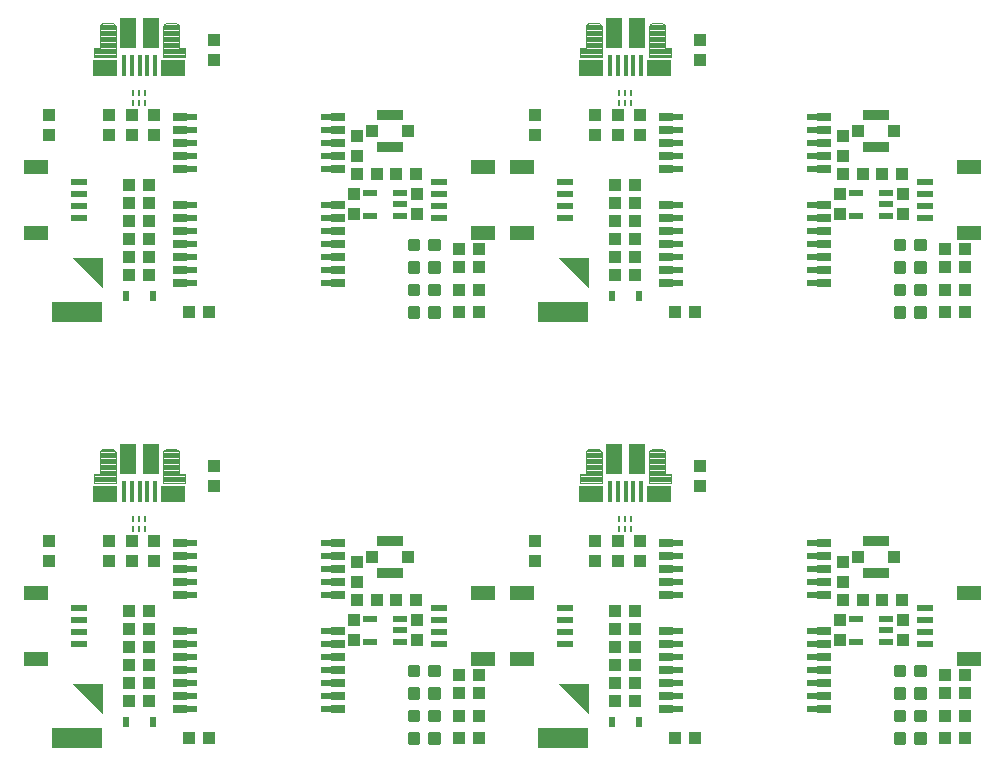
<source format=gtp>
G75*
%MOIN*%
%OFA0B0*%
%FSLAX25Y25*%
%IPPOS*%
%LPD*%
%AMOC8*
5,1,8,0,0,1.08239X$1,22.5*
%
%ADD10R,0.07874X0.04724*%
%ADD11R,0.05315X0.02362*%
%ADD12R,0.04331X0.03937*%
%ADD13R,0.03937X0.04331*%
%ADD14C,0.01181*%
%ADD15R,0.02480X0.03268*%
%ADD16R,0.04724X0.03150*%
%ADD17R,0.03543X0.02362*%
%ADD18R,0.07874X0.05748*%
%ADD19R,0.05610X0.09843*%
%ADD20C,0.00400*%
%ADD21C,0.00197*%
%ADD22R,0.08661X0.03346*%
%ADD23R,0.04134X0.03937*%
%ADD24R,0.04724X0.02165*%
%ADD25R,0.16535X0.06693*%
%ADD26R,0.00984X0.02402*%
%ADD27R,0.00984X0.02205*%
D10*
X0048873Y0092726D03*
X0048873Y0114774D03*
X0048873Y0234726D03*
X0048873Y0256774D03*
X0197810Y0256774D03*
X0210873Y0256774D03*
X0210873Y0234726D03*
X0197810Y0234726D03*
X0197810Y0114774D03*
X0210873Y0114774D03*
X0210873Y0092726D03*
X0197810Y0092726D03*
X0359810Y0092726D03*
X0359810Y0114774D03*
X0359810Y0234726D03*
X0359810Y0256774D03*
D11*
X0345342Y0251656D03*
X0345342Y0247719D03*
X0345342Y0243781D03*
X0345342Y0239844D03*
X0225342Y0239844D03*
X0225342Y0243781D03*
X0225342Y0247719D03*
X0225342Y0251656D03*
X0183342Y0251656D03*
X0183342Y0247719D03*
X0183342Y0243781D03*
X0183342Y0239844D03*
X0063342Y0239844D03*
X0063342Y0243781D03*
X0063342Y0247719D03*
X0063342Y0251656D03*
X0063342Y0109656D03*
X0063342Y0105719D03*
X0063342Y0101781D03*
X0063342Y0097844D03*
X0183342Y0097844D03*
X0183342Y0101781D03*
X0183342Y0105719D03*
X0183342Y0109656D03*
X0225342Y0109656D03*
X0225342Y0105719D03*
X0225342Y0101781D03*
X0225342Y0097844D03*
X0345342Y0097844D03*
X0345342Y0101781D03*
X0345342Y0105719D03*
X0345342Y0109656D03*
D12*
X0337688Y0112250D03*
X0330995Y0112250D03*
X0324688Y0112250D03*
X0317995Y0112250D03*
X0351995Y0087250D03*
X0351995Y0081250D03*
X0358688Y0081250D03*
X0358688Y0087250D03*
X0358688Y0073750D03*
X0358688Y0066250D03*
X0351995Y0066250D03*
X0351995Y0073750D03*
X0268688Y0066250D03*
X0261995Y0066250D03*
X0248688Y0078750D03*
X0248688Y0084750D03*
X0248688Y0090750D03*
X0248688Y0096750D03*
X0248688Y0102750D03*
X0248688Y0108750D03*
X0241995Y0108750D03*
X0241995Y0102750D03*
X0241995Y0096750D03*
X0241995Y0090750D03*
X0241995Y0084750D03*
X0241995Y0078750D03*
X0196688Y0081250D03*
X0189995Y0081250D03*
X0189995Y0087250D03*
X0196688Y0087250D03*
X0196688Y0073750D03*
X0189995Y0073750D03*
X0189995Y0066250D03*
X0196688Y0066250D03*
X0175688Y0112250D03*
X0168995Y0112250D03*
X0162688Y0112250D03*
X0155995Y0112250D03*
X0106688Y0066250D03*
X0099995Y0066250D03*
X0086688Y0078750D03*
X0086688Y0084750D03*
X0086688Y0090750D03*
X0086688Y0096750D03*
X0086688Y0102750D03*
X0086688Y0108750D03*
X0079995Y0108750D03*
X0079995Y0102750D03*
X0079995Y0096750D03*
X0079995Y0090750D03*
X0079995Y0084750D03*
X0079995Y0078750D03*
X0099995Y0208250D03*
X0106688Y0208250D03*
X0086688Y0220750D03*
X0086688Y0226750D03*
X0086688Y0232750D03*
X0086688Y0238750D03*
X0086688Y0244750D03*
X0086688Y0250750D03*
X0079995Y0250750D03*
X0079995Y0244750D03*
X0079995Y0238750D03*
X0079995Y0232750D03*
X0079995Y0226750D03*
X0079995Y0220750D03*
X0155995Y0254250D03*
X0162688Y0254250D03*
X0168995Y0254250D03*
X0175688Y0254250D03*
X0189995Y0229250D03*
X0189995Y0223250D03*
X0196688Y0223250D03*
X0196688Y0229250D03*
X0196688Y0215750D03*
X0189995Y0215750D03*
X0189995Y0208250D03*
X0196688Y0208250D03*
X0241995Y0220750D03*
X0241995Y0226750D03*
X0241995Y0232750D03*
X0241995Y0238750D03*
X0241995Y0244750D03*
X0241995Y0250750D03*
X0248688Y0250750D03*
X0248688Y0244750D03*
X0248688Y0238750D03*
X0248688Y0232750D03*
X0248688Y0226750D03*
X0248688Y0220750D03*
X0261995Y0208250D03*
X0268688Y0208250D03*
X0317995Y0254250D03*
X0324688Y0254250D03*
X0330995Y0254250D03*
X0337688Y0254250D03*
X0351995Y0229250D03*
X0351995Y0223250D03*
X0358688Y0223250D03*
X0358688Y0229250D03*
X0358688Y0215750D03*
X0351995Y0215750D03*
X0351995Y0208250D03*
X0358688Y0208250D03*
D13*
X0337842Y0240904D03*
X0337842Y0247596D03*
X0316842Y0247596D03*
X0316842Y0240904D03*
X0317842Y0260404D03*
X0317842Y0267096D03*
X0270342Y0292404D03*
X0270342Y0299096D03*
X0250342Y0274096D03*
X0250342Y0267404D03*
X0242842Y0267404D03*
X0242842Y0274096D03*
X0235342Y0274096D03*
X0235342Y0267404D03*
X0215342Y0267404D03*
X0215342Y0274096D03*
X0175842Y0247596D03*
X0175842Y0240904D03*
X0154842Y0240904D03*
X0154842Y0247596D03*
X0155842Y0260404D03*
X0155842Y0267096D03*
X0108342Y0292404D03*
X0108342Y0299096D03*
X0088342Y0274096D03*
X0088342Y0267404D03*
X0080842Y0267404D03*
X0080842Y0274096D03*
X0073342Y0274096D03*
X0073342Y0267404D03*
X0053342Y0267404D03*
X0053342Y0274096D03*
X0108342Y0157096D03*
X0108342Y0150404D03*
X0088342Y0132096D03*
X0088342Y0125404D03*
X0080842Y0125404D03*
X0080842Y0132096D03*
X0073342Y0132096D03*
X0073342Y0125404D03*
X0053342Y0125404D03*
X0053342Y0132096D03*
X0155842Y0125096D03*
X0155842Y0118404D03*
X0154842Y0105596D03*
X0154842Y0098904D03*
X0175842Y0098904D03*
X0175842Y0105596D03*
X0215342Y0125404D03*
X0215342Y0132096D03*
X0235342Y0132096D03*
X0235342Y0125404D03*
X0242842Y0125404D03*
X0242842Y0132096D03*
X0250342Y0132096D03*
X0250342Y0125404D03*
X0270342Y0150404D03*
X0270342Y0157096D03*
X0317842Y0125096D03*
X0317842Y0118404D03*
X0316842Y0105596D03*
X0316842Y0098904D03*
X0337842Y0098904D03*
X0337842Y0105596D03*
D14*
X0338267Y0090128D02*
X0338267Y0087372D01*
X0335511Y0087372D01*
X0335511Y0090128D01*
X0338267Y0090128D01*
X0338267Y0088494D02*
X0335511Y0088494D01*
X0335511Y0089616D02*
X0338267Y0089616D01*
X0345173Y0090128D02*
X0345173Y0087372D01*
X0342417Y0087372D01*
X0342417Y0090128D01*
X0345173Y0090128D01*
X0345173Y0088494D02*
X0342417Y0088494D01*
X0342417Y0089616D02*
X0345173Y0089616D01*
X0345173Y0082628D02*
X0345173Y0079872D01*
X0342417Y0079872D01*
X0342417Y0082628D01*
X0345173Y0082628D01*
X0345173Y0080994D02*
X0342417Y0080994D01*
X0342417Y0082116D02*
X0345173Y0082116D01*
X0338267Y0082628D02*
X0338267Y0079872D01*
X0335511Y0079872D01*
X0335511Y0082628D01*
X0338267Y0082628D01*
X0338267Y0080994D02*
X0335511Y0080994D01*
X0335511Y0082116D02*
X0338267Y0082116D01*
X0338267Y0075128D02*
X0338267Y0072372D01*
X0335511Y0072372D01*
X0335511Y0075128D01*
X0338267Y0075128D01*
X0338267Y0073494D02*
X0335511Y0073494D01*
X0335511Y0074616D02*
X0338267Y0074616D01*
X0345173Y0075128D02*
X0345173Y0072372D01*
X0342417Y0072372D01*
X0342417Y0075128D01*
X0345173Y0075128D01*
X0345173Y0073494D02*
X0342417Y0073494D01*
X0342417Y0074616D02*
X0345173Y0074616D01*
X0345173Y0067628D02*
X0345173Y0064872D01*
X0342417Y0064872D01*
X0342417Y0067628D01*
X0345173Y0067628D01*
X0345173Y0065994D02*
X0342417Y0065994D01*
X0342417Y0067116D02*
X0345173Y0067116D01*
X0338267Y0067628D02*
X0338267Y0064872D01*
X0335511Y0064872D01*
X0335511Y0067628D01*
X0338267Y0067628D01*
X0338267Y0065994D02*
X0335511Y0065994D01*
X0335511Y0067116D02*
X0338267Y0067116D01*
X0338267Y0206872D02*
X0338267Y0209628D01*
X0338267Y0206872D02*
X0335511Y0206872D01*
X0335511Y0209628D01*
X0338267Y0209628D01*
X0338267Y0207994D02*
X0335511Y0207994D01*
X0335511Y0209116D02*
X0338267Y0209116D01*
X0345173Y0209628D02*
X0345173Y0206872D01*
X0342417Y0206872D01*
X0342417Y0209628D01*
X0345173Y0209628D01*
X0345173Y0207994D02*
X0342417Y0207994D01*
X0342417Y0209116D02*
X0345173Y0209116D01*
X0345173Y0214372D02*
X0345173Y0217128D01*
X0345173Y0214372D02*
X0342417Y0214372D01*
X0342417Y0217128D01*
X0345173Y0217128D01*
X0345173Y0215494D02*
X0342417Y0215494D01*
X0342417Y0216616D02*
X0345173Y0216616D01*
X0345173Y0221872D02*
X0345173Y0224628D01*
X0345173Y0221872D02*
X0342417Y0221872D01*
X0342417Y0224628D01*
X0345173Y0224628D01*
X0345173Y0222994D02*
X0342417Y0222994D01*
X0342417Y0224116D02*
X0345173Y0224116D01*
X0345173Y0229372D02*
X0345173Y0232128D01*
X0345173Y0229372D02*
X0342417Y0229372D01*
X0342417Y0232128D01*
X0345173Y0232128D01*
X0345173Y0230494D02*
X0342417Y0230494D01*
X0342417Y0231616D02*
X0345173Y0231616D01*
X0338267Y0232128D02*
X0338267Y0229372D01*
X0335511Y0229372D01*
X0335511Y0232128D01*
X0338267Y0232128D01*
X0338267Y0230494D02*
X0335511Y0230494D01*
X0335511Y0231616D02*
X0338267Y0231616D01*
X0338267Y0224628D02*
X0338267Y0221872D01*
X0335511Y0221872D01*
X0335511Y0224628D01*
X0338267Y0224628D01*
X0338267Y0222994D02*
X0335511Y0222994D01*
X0335511Y0224116D02*
X0338267Y0224116D01*
X0338267Y0217128D02*
X0338267Y0214372D01*
X0335511Y0214372D01*
X0335511Y0217128D01*
X0338267Y0217128D01*
X0338267Y0215494D02*
X0335511Y0215494D01*
X0335511Y0216616D02*
X0338267Y0216616D01*
X0183173Y0217128D02*
X0183173Y0214372D01*
X0180417Y0214372D01*
X0180417Y0217128D01*
X0183173Y0217128D01*
X0183173Y0215494D02*
X0180417Y0215494D01*
X0180417Y0216616D02*
X0183173Y0216616D01*
X0183173Y0221872D02*
X0183173Y0224628D01*
X0183173Y0221872D02*
X0180417Y0221872D01*
X0180417Y0224628D01*
X0183173Y0224628D01*
X0183173Y0222994D02*
X0180417Y0222994D01*
X0180417Y0224116D02*
X0183173Y0224116D01*
X0183173Y0229372D02*
X0183173Y0232128D01*
X0183173Y0229372D02*
X0180417Y0229372D01*
X0180417Y0232128D01*
X0183173Y0232128D01*
X0183173Y0230494D02*
X0180417Y0230494D01*
X0180417Y0231616D02*
X0183173Y0231616D01*
X0176267Y0232128D02*
X0176267Y0229372D01*
X0173511Y0229372D01*
X0173511Y0232128D01*
X0176267Y0232128D01*
X0176267Y0230494D02*
X0173511Y0230494D01*
X0173511Y0231616D02*
X0176267Y0231616D01*
X0176267Y0224628D02*
X0176267Y0221872D01*
X0173511Y0221872D01*
X0173511Y0224628D01*
X0176267Y0224628D01*
X0176267Y0222994D02*
X0173511Y0222994D01*
X0173511Y0224116D02*
X0176267Y0224116D01*
X0176267Y0217128D02*
X0176267Y0214372D01*
X0173511Y0214372D01*
X0173511Y0217128D01*
X0176267Y0217128D01*
X0176267Y0215494D02*
X0173511Y0215494D01*
X0173511Y0216616D02*
X0176267Y0216616D01*
X0176267Y0209628D02*
X0176267Y0206872D01*
X0173511Y0206872D01*
X0173511Y0209628D01*
X0176267Y0209628D01*
X0176267Y0207994D02*
X0173511Y0207994D01*
X0173511Y0209116D02*
X0176267Y0209116D01*
X0183173Y0209628D02*
X0183173Y0206872D01*
X0180417Y0206872D01*
X0180417Y0209628D01*
X0183173Y0209628D01*
X0183173Y0207994D02*
X0180417Y0207994D01*
X0180417Y0209116D02*
X0183173Y0209116D01*
X0183173Y0090128D02*
X0183173Y0087372D01*
X0180417Y0087372D01*
X0180417Y0090128D01*
X0183173Y0090128D01*
X0183173Y0088494D02*
X0180417Y0088494D01*
X0180417Y0089616D02*
X0183173Y0089616D01*
X0176267Y0090128D02*
X0176267Y0087372D01*
X0173511Y0087372D01*
X0173511Y0090128D01*
X0176267Y0090128D01*
X0176267Y0088494D02*
X0173511Y0088494D01*
X0173511Y0089616D02*
X0176267Y0089616D01*
X0176267Y0082628D02*
X0176267Y0079872D01*
X0173511Y0079872D01*
X0173511Y0082628D01*
X0176267Y0082628D01*
X0176267Y0080994D02*
X0173511Y0080994D01*
X0173511Y0082116D02*
X0176267Y0082116D01*
X0183173Y0082628D02*
X0183173Y0079872D01*
X0180417Y0079872D01*
X0180417Y0082628D01*
X0183173Y0082628D01*
X0183173Y0080994D02*
X0180417Y0080994D01*
X0180417Y0082116D02*
X0183173Y0082116D01*
X0183173Y0075128D02*
X0183173Y0072372D01*
X0180417Y0072372D01*
X0180417Y0075128D01*
X0183173Y0075128D01*
X0183173Y0073494D02*
X0180417Y0073494D01*
X0180417Y0074616D02*
X0183173Y0074616D01*
X0176267Y0075128D02*
X0176267Y0072372D01*
X0173511Y0072372D01*
X0173511Y0075128D01*
X0176267Y0075128D01*
X0176267Y0073494D02*
X0173511Y0073494D01*
X0173511Y0074616D02*
X0176267Y0074616D01*
X0176267Y0067628D02*
X0176267Y0064872D01*
X0173511Y0064872D01*
X0173511Y0067628D01*
X0176267Y0067628D01*
X0176267Y0065994D02*
X0173511Y0065994D01*
X0173511Y0067116D02*
X0176267Y0067116D01*
X0183173Y0067628D02*
X0183173Y0064872D01*
X0180417Y0064872D01*
X0180417Y0067628D01*
X0183173Y0067628D01*
X0183173Y0065994D02*
X0180417Y0065994D01*
X0180417Y0067116D02*
X0183173Y0067116D01*
D15*
X0240814Y0071750D03*
X0249869Y0071750D03*
X0249869Y0213750D03*
X0240814Y0213750D03*
X0087869Y0213750D03*
X0078814Y0213750D03*
X0078814Y0071750D03*
X0087869Y0071750D03*
D16*
X0096964Y0076191D03*
X0096964Y0080522D03*
X0096964Y0084852D03*
X0096964Y0089183D03*
X0096964Y0093514D03*
X0096964Y0097844D03*
X0096964Y0102175D03*
X0096964Y0113986D03*
X0096964Y0118317D03*
X0096964Y0122648D03*
X0096964Y0126978D03*
X0096964Y0131309D03*
X0149720Y0131309D03*
X0149720Y0126978D03*
X0149720Y0122648D03*
X0149720Y0118317D03*
X0149720Y0113986D03*
X0149720Y0102175D03*
X0149720Y0097844D03*
X0149720Y0093514D03*
X0149720Y0089183D03*
X0149720Y0084852D03*
X0149720Y0080522D03*
X0149720Y0076191D03*
X0258964Y0076191D03*
X0258964Y0080522D03*
X0258964Y0084852D03*
X0258964Y0089183D03*
X0258964Y0093514D03*
X0258964Y0097844D03*
X0258964Y0102175D03*
X0258964Y0113986D03*
X0258964Y0118317D03*
X0258964Y0122648D03*
X0258964Y0126978D03*
X0258964Y0131309D03*
X0311720Y0131309D03*
X0311720Y0126978D03*
X0311720Y0122648D03*
X0311720Y0118317D03*
X0311720Y0113986D03*
X0311720Y0102175D03*
X0311720Y0097844D03*
X0311720Y0093514D03*
X0311720Y0089183D03*
X0311720Y0084852D03*
X0311720Y0080522D03*
X0311720Y0076191D03*
X0311720Y0218191D03*
X0311720Y0222522D03*
X0311720Y0226852D03*
X0311720Y0231183D03*
X0311720Y0235514D03*
X0311720Y0239844D03*
X0311720Y0244175D03*
X0311720Y0255986D03*
X0311720Y0260317D03*
X0311720Y0264648D03*
X0311720Y0268978D03*
X0311720Y0273309D03*
X0258964Y0273309D03*
X0258964Y0268978D03*
X0258964Y0264648D03*
X0258964Y0260317D03*
X0258964Y0255986D03*
X0258964Y0244175D03*
X0258964Y0239844D03*
X0258964Y0235514D03*
X0258964Y0231183D03*
X0258964Y0226852D03*
X0258964Y0222522D03*
X0258964Y0218191D03*
X0149720Y0218191D03*
X0149720Y0222522D03*
X0149720Y0226852D03*
X0149720Y0231183D03*
X0149720Y0235514D03*
X0149720Y0239844D03*
X0149720Y0244175D03*
X0149720Y0255986D03*
X0149720Y0260317D03*
X0149720Y0264648D03*
X0149720Y0268978D03*
X0149720Y0273309D03*
X0096964Y0273309D03*
X0096964Y0268978D03*
X0096964Y0264648D03*
X0096964Y0260317D03*
X0096964Y0255986D03*
X0096964Y0244175D03*
X0096964Y0239844D03*
X0096964Y0235514D03*
X0096964Y0231183D03*
X0096964Y0226852D03*
X0096964Y0222522D03*
X0096964Y0218191D03*
D17*
X0101098Y0218191D03*
X0101098Y0222522D03*
X0101098Y0226852D03*
X0101098Y0231183D03*
X0101098Y0235514D03*
X0101098Y0239844D03*
X0101098Y0244175D03*
X0101098Y0255986D03*
X0101098Y0260317D03*
X0101098Y0264648D03*
X0101098Y0268978D03*
X0101098Y0273309D03*
X0145586Y0273309D03*
X0145586Y0268978D03*
X0145586Y0264648D03*
X0145586Y0260317D03*
X0145586Y0255986D03*
X0145586Y0244175D03*
X0145586Y0239844D03*
X0145586Y0235514D03*
X0145586Y0231183D03*
X0145586Y0226852D03*
X0145586Y0222522D03*
X0145586Y0218191D03*
X0145586Y0131309D03*
X0145586Y0126978D03*
X0145586Y0122648D03*
X0145586Y0118317D03*
X0145586Y0113986D03*
X0145586Y0102175D03*
X0145586Y0097844D03*
X0145586Y0093514D03*
X0145586Y0089183D03*
X0145586Y0084852D03*
X0145586Y0080522D03*
X0145586Y0076191D03*
X0101098Y0076191D03*
X0101098Y0080522D03*
X0101098Y0084852D03*
X0101098Y0089183D03*
X0101098Y0093514D03*
X0101098Y0097844D03*
X0101098Y0102175D03*
X0101098Y0113986D03*
X0101098Y0118317D03*
X0101098Y0122648D03*
X0101098Y0126978D03*
X0101098Y0131309D03*
X0263098Y0131309D03*
X0263098Y0126978D03*
X0263098Y0122648D03*
X0263098Y0118317D03*
X0263098Y0113986D03*
X0263098Y0102175D03*
X0263098Y0097844D03*
X0263098Y0093514D03*
X0263098Y0089183D03*
X0263098Y0084852D03*
X0263098Y0080522D03*
X0263098Y0076191D03*
X0307586Y0076191D03*
X0307586Y0080522D03*
X0307586Y0084852D03*
X0307586Y0089183D03*
X0307586Y0093514D03*
X0307586Y0097844D03*
X0307586Y0102175D03*
X0307586Y0113986D03*
X0307586Y0118317D03*
X0307586Y0122648D03*
X0307586Y0126978D03*
X0307586Y0131309D03*
X0307586Y0218191D03*
X0307586Y0222522D03*
X0307586Y0226852D03*
X0307586Y0231183D03*
X0307586Y0235514D03*
X0307586Y0239844D03*
X0307586Y0244175D03*
X0307586Y0255986D03*
X0307586Y0260317D03*
X0307586Y0264648D03*
X0307586Y0268978D03*
X0307586Y0273309D03*
X0263098Y0273309D03*
X0263098Y0268978D03*
X0263098Y0264648D03*
X0263098Y0260317D03*
X0263098Y0255986D03*
X0263098Y0244175D03*
X0263098Y0239844D03*
X0263098Y0235514D03*
X0263098Y0231183D03*
X0263098Y0226852D03*
X0263098Y0222522D03*
X0263098Y0218191D03*
D18*
X0256759Y0289667D03*
X0233924Y0289667D03*
X0094759Y0289667D03*
X0071924Y0289667D03*
X0071924Y0147667D03*
X0094759Y0147667D03*
X0233924Y0147667D03*
X0256759Y0147667D03*
D19*
X0249131Y0159281D03*
X0241552Y0159281D03*
X0241552Y0301281D03*
X0249131Y0301281D03*
X0087131Y0301281D03*
X0079552Y0301281D03*
X0079552Y0159281D03*
X0087131Y0159281D03*
D20*
X0091199Y0159100D02*
X0096599Y0159100D01*
X0096599Y0158702D02*
X0091199Y0158702D01*
X0091199Y0158303D02*
X0096599Y0158303D01*
X0096599Y0157905D02*
X0091199Y0157905D01*
X0091199Y0157506D02*
X0096599Y0157506D01*
X0096599Y0157108D02*
X0091199Y0157108D01*
X0091199Y0156709D02*
X0096599Y0156709D01*
X0096599Y0156311D02*
X0091199Y0156311D01*
X0091199Y0155912D02*
X0096599Y0155912D01*
X0096599Y0155514D02*
X0091199Y0155514D01*
X0091199Y0155115D02*
X0096599Y0155115D01*
X0096599Y0154717D02*
X0091199Y0154717D01*
X0091199Y0154318D02*
X0098599Y0154318D01*
X0098599Y0154410D02*
X0098599Y0151310D01*
X0091199Y0151310D01*
X0091199Y0161310D01*
X0091231Y0161599D01*
X0091327Y0161874D01*
X0091482Y0162120D01*
X0091688Y0162326D01*
X0091935Y0162481D01*
X0092209Y0162577D01*
X0092499Y0162610D01*
X0095399Y0162610D01*
X0095666Y0162580D01*
X0095919Y0162491D01*
X0096147Y0162348D01*
X0096337Y0162158D01*
X0096480Y0161930D01*
X0096569Y0161677D01*
X0096599Y0161410D01*
X0096599Y0154510D01*
X0096606Y0154472D01*
X0096628Y0154439D01*
X0096660Y0154417D01*
X0096699Y0154410D01*
X0098599Y0154410D01*
X0098599Y0153920D02*
X0091199Y0153920D01*
X0091199Y0153521D02*
X0098599Y0153521D01*
X0098599Y0153123D02*
X0091199Y0153123D01*
X0091199Y0152724D02*
X0098599Y0152724D01*
X0098599Y0152326D02*
X0091199Y0152326D01*
X0091199Y0151927D02*
X0098599Y0151927D01*
X0098599Y0151529D02*
X0091199Y0151529D01*
X0091199Y0159499D02*
X0096599Y0159499D01*
X0096599Y0159897D02*
X0091199Y0159897D01*
X0091199Y0160296D02*
X0096599Y0160296D01*
X0096599Y0160694D02*
X0091199Y0160694D01*
X0091199Y0161093D02*
X0096599Y0161093D01*
X0096589Y0161491D02*
X0091219Y0161491D01*
X0091337Y0161890D02*
X0096494Y0161890D01*
X0096206Y0162289D02*
X0091650Y0162289D01*
X0075536Y0161310D02*
X0075536Y0151310D01*
X0068136Y0151310D01*
X0068136Y0154410D01*
X0070036Y0154410D01*
X0070074Y0154417D01*
X0070106Y0154439D01*
X0070128Y0154472D01*
X0070136Y0154510D01*
X0070136Y0161410D01*
X0070166Y0161677D01*
X0070254Y0161930D01*
X0070397Y0162158D01*
X0070587Y0162348D01*
X0070815Y0162491D01*
X0071068Y0162580D01*
X0071336Y0162610D01*
X0074236Y0162610D01*
X0074525Y0162577D01*
X0074800Y0162481D01*
X0075046Y0162326D01*
X0075252Y0162120D01*
X0075407Y0161874D01*
X0075503Y0161599D01*
X0075536Y0161310D01*
X0075515Y0161491D02*
X0070145Y0161491D01*
X0070136Y0161093D02*
X0075536Y0161093D01*
X0075536Y0160694D02*
X0070136Y0160694D01*
X0070136Y0160296D02*
X0075536Y0160296D01*
X0075536Y0159897D02*
X0070136Y0159897D01*
X0070136Y0159499D02*
X0075536Y0159499D01*
X0075536Y0159100D02*
X0070136Y0159100D01*
X0070136Y0158702D02*
X0075536Y0158702D01*
X0075536Y0158303D02*
X0070136Y0158303D01*
X0070136Y0157905D02*
X0075536Y0157905D01*
X0075536Y0157506D02*
X0070136Y0157506D01*
X0070136Y0157108D02*
X0075536Y0157108D01*
X0075536Y0156709D02*
X0070136Y0156709D01*
X0070136Y0156311D02*
X0075536Y0156311D01*
X0075536Y0155912D02*
X0070136Y0155912D01*
X0070136Y0155514D02*
X0075536Y0155514D01*
X0075536Y0155115D02*
X0070136Y0155115D01*
X0070136Y0154717D02*
X0075536Y0154717D01*
X0075536Y0154318D02*
X0068136Y0154318D01*
X0068136Y0153920D02*
X0075536Y0153920D01*
X0075536Y0153521D02*
X0068136Y0153521D01*
X0068136Y0153123D02*
X0075536Y0153123D01*
X0075536Y0152724D02*
X0068136Y0152724D01*
X0068136Y0152326D02*
X0075536Y0152326D01*
X0075536Y0151927D02*
X0068136Y0151927D01*
X0068136Y0151529D02*
X0075536Y0151529D01*
X0075397Y0161890D02*
X0070240Y0161890D01*
X0070528Y0162289D02*
X0075084Y0162289D01*
X0075536Y0293310D02*
X0068136Y0293310D01*
X0068136Y0296410D01*
X0070036Y0296410D01*
X0070074Y0296417D01*
X0070106Y0296439D01*
X0070128Y0296472D01*
X0070136Y0296510D01*
X0070136Y0303410D01*
X0070166Y0303677D01*
X0070254Y0303930D01*
X0070397Y0304158D01*
X0070587Y0304348D01*
X0070815Y0304491D01*
X0071068Y0304580D01*
X0071336Y0304610D01*
X0074236Y0304610D01*
X0074525Y0304577D01*
X0074800Y0304481D01*
X0075046Y0304326D01*
X0075252Y0304120D01*
X0075407Y0303874D01*
X0075503Y0303599D01*
X0075536Y0303310D01*
X0075536Y0293310D01*
X0075536Y0293399D02*
X0068136Y0293399D01*
X0068136Y0293797D02*
X0075536Y0293797D01*
X0075536Y0294196D02*
X0068136Y0294196D01*
X0068136Y0294594D02*
X0075536Y0294594D01*
X0075536Y0294993D02*
X0068136Y0294993D01*
X0068136Y0295391D02*
X0075536Y0295391D01*
X0075536Y0295790D02*
X0068136Y0295790D01*
X0068136Y0296188D02*
X0075536Y0296188D01*
X0075536Y0296587D02*
X0070136Y0296587D01*
X0070136Y0296985D02*
X0075536Y0296985D01*
X0075536Y0297384D02*
X0070136Y0297384D01*
X0070136Y0297782D02*
X0075536Y0297782D01*
X0075536Y0298181D02*
X0070136Y0298181D01*
X0070136Y0298579D02*
X0075536Y0298579D01*
X0075536Y0298978D02*
X0070136Y0298978D01*
X0070136Y0299376D02*
X0075536Y0299376D01*
X0075536Y0299775D02*
X0070136Y0299775D01*
X0070136Y0300173D02*
X0075536Y0300173D01*
X0075536Y0300572D02*
X0070136Y0300572D01*
X0070136Y0300970D02*
X0075536Y0300970D01*
X0075536Y0301369D02*
X0070136Y0301369D01*
X0070136Y0301767D02*
X0075536Y0301767D01*
X0075536Y0302166D02*
X0070136Y0302166D01*
X0070136Y0302564D02*
X0075536Y0302564D01*
X0075536Y0302963D02*
X0070136Y0302963D01*
X0070136Y0303362D02*
X0075530Y0303362D01*
X0075447Y0303760D02*
X0070195Y0303760D01*
X0070398Y0304159D02*
X0075214Y0304159D01*
X0074583Y0304557D02*
X0071004Y0304557D01*
X0091199Y0303310D02*
X0091199Y0293310D01*
X0098599Y0293310D01*
X0098599Y0296410D01*
X0096699Y0296410D01*
X0096660Y0296417D01*
X0096628Y0296439D01*
X0096606Y0296472D01*
X0096599Y0296510D01*
X0096599Y0303410D01*
X0096569Y0303677D01*
X0096480Y0303930D01*
X0096337Y0304158D01*
X0096147Y0304348D01*
X0095919Y0304491D01*
X0095666Y0304580D01*
X0095399Y0304610D01*
X0092499Y0304610D01*
X0092209Y0304577D01*
X0091935Y0304481D01*
X0091688Y0304326D01*
X0091482Y0304120D01*
X0091327Y0303874D01*
X0091231Y0303599D01*
X0091199Y0303310D01*
X0091204Y0303362D02*
X0096599Y0303362D01*
X0096599Y0302963D02*
X0091199Y0302963D01*
X0091199Y0302564D02*
X0096599Y0302564D01*
X0096599Y0302166D02*
X0091199Y0302166D01*
X0091199Y0301767D02*
X0096599Y0301767D01*
X0096599Y0301369D02*
X0091199Y0301369D01*
X0091199Y0300970D02*
X0096599Y0300970D01*
X0096599Y0300572D02*
X0091199Y0300572D01*
X0091199Y0300173D02*
X0096599Y0300173D01*
X0096599Y0299775D02*
X0091199Y0299775D01*
X0091199Y0299376D02*
X0096599Y0299376D01*
X0096599Y0298978D02*
X0091199Y0298978D01*
X0091199Y0298579D02*
X0096599Y0298579D01*
X0096599Y0298181D02*
X0091199Y0298181D01*
X0091199Y0297782D02*
X0096599Y0297782D01*
X0096599Y0297384D02*
X0091199Y0297384D01*
X0091199Y0296985D02*
X0096599Y0296985D01*
X0096599Y0296587D02*
X0091199Y0296587D01*
X0091199Y0296188D02*
X0098599Y0296188D01*
X0098599Y0295790D02*
X0091199Y0295790D01*
X0091199Y0295391D02*
X0098599Y0295391D01*
X0098599Y0294993D02*
X0091199Y0294993D01*
X0091199Y0294594D02*
X0098599Y0294594D01*
X0098599Y0294196D02*
X0091199Y0294196D01*
X0091199Y0293797D02*
X0098599Y0293797D01*
X0098599Y0293399D02*
X0091199Y0293399D01*
X0091288Y0303760D02*
X0096539Y0303760D01*
X0096336Y0304159D02*
X0091520Y0304159D01*
X0092152Y0304557D02*
X0095731Y0304557D01*
X0230136Y0296410D02*
X0230136Y0293310D01*
X0237536Y0293310D01*
X0237536Y0303310D01*
X0237503Y0303599D01*
X0237407Y0303874D01*
X0237252Y0304120D01*
X0237046Y0304326D01*
X0236800Y0304481D01*
X0236525Y0304577D01*
X0236236Y0304610D01*
X0233336Y0304610D01*
X0233068Y0304580D01*
X0232815Y0304491D01*
X0232587Y0304348D01*
X0232397Y0304158D01*
X0232254Y0303930D01*
X0232166Y0303677D01*
X0232136Y0303410D01*
X0232136Y0296510D01*
X0232128Y0296472D01*
X0232106Y0296439D01*
X0232074Y0296417D01*
X0232036Y0296410D01*
X0230136Y0296410D01*
X0230136Y0296188D02*
X0237536Y0296188D01*
X0237536Y0295790D02*
X0230136Y0295790D01*
X0230136Y0295391D02*
X0237536Y0295391D01*
X0237536Y0294993D02*
X0230136Y0294993D01*
X0230136Y0294594D02*
X0237536Y0294594D01*
X0237536Y0294196D02*
X0230136Y0294196D01*
X0230136Y0293797D02*
X0237536Y0293797D01*
X0237536Y0293399D02*
X0230136Y0293399D01*
X0232136Y0296587D02*
X0237536Y0296587D01*
X0237536Y0296985D02*
X0232136Y0296985D01*
X0232136Y0297384D02*
X0237536Y0297384D01*
X0237536Y0297782D02*
X0232136Y0297782D01*
X0232136Y0298181D02*
X0237536Y0298181D01*
X0237536Y0298579D02*
X0232136Y0298579D01*
X0232136Y0298978D02*
X0237536Y0298978D01*
X0237536Y0299376D02*
X0232136Y0299376D01*
X0232136Y0299775D02*
X0237536Y0299775D01*
X0237536Y0300173D02*
X0232136Y0300173D01*
X0232136Y0300572D02*
X0237536Y0300572D01*
X0237536Y0300970D02*
X0232136Y0300970D01*
X0232136Y0301369D02*
X0237536Y0301369D01*
X0237536Y0301767D02*
X0232136Y0301767D01*
X0232136Y0302166D02*
X0237536Y0302166D01*
X0237536Y0302564D02*
X0232136Y0302564D01*
X0232136Y0302963D02*
X0237536Y0302963D01*
X0237530Y0303362D02*
X0232136Y0303362D01*
X0232195Y0303760D02*
X0237447Y0303760D01*
X0237214Y0304159D02*
X0232398Y0304159D01*
X0233004Y0304557D02*
X0236583Y0304557D01*
X0253199Y0303310D02*
X0253199Y0293310D01*
X0260599Y0293310D01*
X0260599Y0296410D01*
X0258699Y0296410D01*
X0258660Y0296417D01*
X0258628Y0296439D01*
X0258606Y0296472D01*
X0258599Y0296510D01*
X0258599Y0303410D01*
X0258569Y0303677D01*
X0258480Y0303930D01*
X0258337Y0304158D01*
X0258147Y0304348D01*
X0257919Y0304491D01*
X0257666Y0304580D01*
X0257399Y0304610D01*
X0254499Y0304610D01*
X0254209Y0304577D01*
X0253935Y0304481D01*
X0253688Y0304326D01*
X0253482Y0304120D01*
X0253327Y0303874D01*
X0253231Y0303599D01*
X0253199Y0303310D01*
X0253204Y0303362D02*
X0258599Y0303362D01*
X0258599Y0302963D02*
X0253199Y0302963D01*
X0253199Y0302564D02*
X0258599Y0302564D01*
X0258599Y0302166D02*
X0253199Y0302166D01*
X0253199Y0301767D02*
X0258599Y0301767D01*
X0258599Y0301369D02*
X0253199Y0301369D01*
X0253199Y0300970D02*
X0258599Y0300970D01*
X0258599Y0300572D02*
X0253199Y0300572D01*
X0253199Y0300173D02*
X0258599Y0300173D01*
X0258599Y0299775D02*
X0253199Y0299775D01*
X0253199Y0299376D02*
X0258599Y0299376D01*
X0258599Y0298978D02*
X0253199Y0298978D01*
X0253199Y0298579D02*
X0258599Y0298579D01*
X0258599Y0298181D02*
X0253199Y0298181D01*
X0253199Y0297782D02*
X0258599Y0297782D01*
X0258599Y0297384D02*
X0253199Y0297384D01*
X0253199Y0296985D02*
X0258599Y0296985D01*
X0258599Y0296587D02*
X0253199Y0296587D01*
X0253199Y0296188D02*
X0260599Y0296188D01*
X0260599Y0295790D02*
X0253199Y0295790D01*
X0253199Y0295391D02*
X0260599Y0295391D01*
X0260599Y0294993D02*
X0253199Y0294993D01*
X0253199Y0294594D02*
X0260599Y0294594D01*
X0260599Y0294196D02*
X0253199Y0294196D01*
X0253199Y0293797D02*
X0260599Y0293797D01*
X0260599Y0293399D02*
X0253199Y0293399D01*
X0253288Y0303760D02*
X0258539Y0303760D01*
X0258336Y0304159D02*
X0253520Y0304159D01*
X0254152Y0304557D02*
X0257731Y0304557D01*
X0257399Y0162610D02*
X0254499Y0162610D01*
X0254209Y0162577D01*
X0253935Y0162481D01*
X0253688Y0162326D01*
X0253482Y0162120D01*
X0253327Y0161874D01*
X0253231Y0161599D01*
X0253199Y0161310D01*
X0253199Y0151310D01*
X0260599Y0151310D01*
X0260599Y0154410D01*
X0258699Y0154410D01*
X0258660Y0154417D01*
X0258628Y0154439D01*
X0258606Y0154472D01*
X0258599Y0154510D01*
X0258599Y0161410D01*
X0258569Y0161677D01*
X0258480Y0161930D01*
X0258337Y0162158D01*
X0258147Y0162348D01*
X0257919Y0162491D01*
X0257666Y0162580D01*
X0257399Y0162610D01*
X0258206Y0162289D02*
X0253650Y0162289D01*
X0253337Y0161890D02*
X0258494Y0161890D01*
X0258589Y0161491D02*
X0253219Y0161491D01*
X0253199Y0161093D02*
X0258599Y0161093D01*
X0258599Y0160694D02*
X0253199Y0160694D01*
X0253199Y0160296D02*
X0258599Y0160296D01*
X0258599Y0159897D02*
X0253199Y0159897D01*
X0253199Y0159499D02*
X0258599Y0159499D01*
X0258599Y0159100D02*
X0253199Y0159100D01*
X0253199Y0158702D02*
X0258599Y0158702D01*
X0258599Y0158303D02*
X0253199Y0158303D01*
X0253199Y0157905D02*
X0258599Y0157905D01*
X0258599Y0157506D02*
X0253199Y0157506D01*
X0253199Y0157108D02*
X0258599Y0157108D01*
X0258599Y0156709D02*
X0253199Y0156709D01*
X0253199Y0156311D02*
X0258599Y0156311D01*
X0258599Y0155912D02*
X0253199Y0155912D01*
X0253199Y0155514D02*
X0258599Y0155514D01*
X0258599Y0155115D02*
X0253199Y0155115D01*
X0253199Y0154717D02*
X0258599Y0154717D01*
X0260599Y0154318D02*
X0253199Y0154318D01*
X0253199Y0153920D02*
X0260599Y0153920D01*
X0260599Y0153521D02*
X0253199Y0153521D01*
X0253199Y0153123D02*
X0260599Y0153123D01*
X0260599Y0152724D02*
X0253199Y0152724D01*
X0253199Y0152326D02*
X0260599Y0152326D01*
X0260599Y0151927D02*
X0253199Y0151927D01*
X0253199Y0151529D02*
X0260599Y0151529D01*
X0237536Y0151529D02*
X0230136Y0151529D01*
X0230136Y0151310D02*
X0237536Y0151310D01*
X0237536Y0161310D01*
X0237503Y0161599D01*
X0237407Y0161874D01*
X0237252Y0162120D01*
X0237046Y0162326D01*
X0236800Y0162481D01*
X0236525Y0162577D01*
X0236236Y0162610D01*
X0233336Y0162610D01*
X0233068Y0162580D01*
X0232815Y0162491D01*
X0232587Y0162348D01*
X0232397Y0162158D01*
X0232254Y0161930D01*
X0232166Y0161677D01*
X0232136Y0161410D01*
X0232136Y0154510D01*
X0232128Y0154472D01*
X0232106Y0154439D01*
X0232074Y0154417D01*
X0232036Y0154410D01*
X0230136Y0154410D01*
X0230136Y0151310D01*
X0230136Y0151927D02*
X0237536Y0151927D01*
X0237536Y0152326D02*
X0230136Y0152326D01*
X0230136Y0152724D02*
X0237536Y0152724D01*
X0237536Y0153123D02*
X0230136Y0153123D01*
X0230136Y0153521D02*
X0237536Y0153521D01*
X0237536Y0153920D02*
X0230136Y0153920D01*
X0230136Y0154318D02*
X0237536Y0154318D01*
X0237536Y0154717D02*
X0232136Y0154717D01*
X0232136Y0155115D02*
X0237536Y0155115D01*
X0237536Y0155514D02*
X0232136Y0155514D01*
X0232136Y0155912D02*
X0237536Y0155912D01*
X0237536Y0156311D02*
X0232136Y0156311D01*
X0232136Y0156709D02*
X0237536Y0156709D01*
X0237536Y0157108D02*
X0232136Y0157108D01*
X0232136Y0157506D02*
X0237536Y0157506D01*
X0237536Y0157905D02*
X0232136Y0157905D01*
X0232136Y0158303D02*
X0237536Y0158303D01*
X0237536Y0158702D02*
X0232136Y0158702D01*
X0232136Y0159100D02*
X0237536Y0159100D01*
X0237536Y0159499D02*
X0232136Y0159499D01*
X0232136Y0159897D02*
X0237536Y0159897D01*
X0237536Y0160296D02*
X0232136Y0160296D01*
X0232136Y0160694D02*
X0237536Y0160694D01*
X0237536Y0161093D02*
X0232136Y0161093D01*
X0232145Y0161491D02*
X0237515Y0161491D01*
X0237397Y0161890D02*
X0232240Y0161890D01*
X0232528Y0162289D02*
X0237084Y0162289D01*
D21*
X0239732Y0151923D02*
X0240716Y0151923D01*
X0240716Y0145525D01*
X0239732Y0145525D01*
X0239732Y0151923D01*
X0239732Y0151864D02*
X0240716Y0151864D01*
X0240716Y0151669D02*
X0239732Y0151669D01*
X0239732Y0151474D02*
X0240716Y0151474D01*
X0240716Y0151278D02*
X0239732Y0151278D01*
X0239732Y0151083D02*
X0240716Y0151083D01*
X0240716Y0150888D02*
X0239732Y0150888D01*
X0239732Y0150692D02*
X0240716Y0150692D01*
X0240716Y0150497D02*
X0239732Y0150497D01*
X0239732Y0150302D02*
X0240716Y0150302D01*
X0240716Y0150106D02*
X0239732Y0150106D01*
X0239732Y0149911D02*
X0240716Y0149911D01*
X0240716Y0149715D02*
X0239732Y0149715D01*
X0239732Y0149520D02*
X0240716Y0149520D01*
X0240716Y0149325D02*
X0239732Y0149325D01*
X0239732Y0149129D02*
X0240716Y0149129D01*
X0240716Y0148934D02*
X0239732Y0148934D01*
X0239732Y0148739D02*
X0240716Y0148739D01*
X0240716Y0148543D02*
X0239732Y0148543D01*
X0239732Y0148348D02*
X0240716Y0148348D01*
X0240716Y0148153D02*
X0239732Y0148153D01*
X0239732Y0147957D02*
X0240716Y0147957D01*
X0240716Y0147762D02*
X0239732Y0147762D01*
X0239732Y0147566D02*
X0240716Y0147566D01*
X0240716Y0147371D02*
X0239732Y0147371D01*
X0239732Y0147176D02*
X0240716Y0147176D01*
X0240716Y0146980D02*
X0239732Y0146980D01*
X0239732Y0146785D02*
X0240716Y0146785D01*
X0240716Y0146590D02*
X0239732Y0146590D01*
X0239732Y0146394D02*
X0240716Y0146394D01*
X0240716Y0146199D02*
X0239732Y0146199D01*
X0239732Y0146004D02*
X0240716Y0146004D01*
X0240716Y0145808D02*
X0239732Y0145808D01*
X0239732Y0145613D02*
X0240716Y0145613D01*
X0242291Y0145613D02*
X0243275Y0145613D01*
X0243275Y0145525D02*
X0243275Y0151923D01*
X0242291Y0151923D01*
X0242291Y0145525D01*
X0243275Y0145525D01*
X0243275Y0145808D02*
X0242291Y0145808D01*
X0242291Y0146004D02*
X0243275Y0146004D01*
X0243275Y0146199D02*
X0242291Y0146199D01*
X0242291Y0146394D02*
X0243275Y0146394D01*
X0243275Y0146590D02*
X0242291Y0146590D01*
X0242291Y0146785D02*
X0243275Y0146785D01*
X0243275Y0146980D02*
X0242291Y0146980D01*
X0242291Y0147176D02*
X0243275Y0147176D01*
X0243275Y0147371D02*
X0242291Y0147371D01*
X0242291Y0147566D02*
X0243275Y0147566D01*
X0243275Y0147762D02*
X0242291Y0147762D01*
X0242291Y0147957D02*
X0243275Y0147957D01*
X0243275Y0148153D02*
X0242291Y0148153D01*
X0242291Y0148348D02*
X0243275Y0148348D01*
X0243275Y0148543D02*
X0242291Y0148543D01*
X0242291Y0148739D02*
X0243275Y0148739D01*
X0243275Y0148934D02*
X0242291Y0148934D01*
X0242291Y0149129D02*
X0243275Y0149129D01*
X0243275Y0149325D02*
X0242291Y0149325D01*
X0242291Y0149520D02*
X0243275Y0149520D01*
X0243275Y0149715D02*
X0242291Y0149715D01*
X0242291Y0149911D02*
X0243275Y0149911D01*
X0243275Y0150106D02*
X0242291Y0150106D01*
X0242291Y0150302D02*
X0243275Y0150302D01*
X0243275Y0150497D02*
X0242291Y0150497D01*
X0242291Y0150692D02*
X0243275Y0150692D01*
X0243275Y0150888D02*
X0242291Y0150888D01*
X0242291Y0151083D02*
X0243275Y0151083D01*
X0243275Y0151278D02*
X0242291Y0151278D01*
X0242291Y0151474D02*
X0243275Y0151474D01*
X0243275Y0151669D02*
X0242291Y0151669D01*
X0242291Y0151864D02*
X0243275Y0151864D01*
X0244850Y0151864D02*
X0245834Y0151864D01*
X0245834Y0151923D02*
X0245834Y0145525D01*
X0244850Y0145525D01*
X0244850Y0151923D01*
X0245834Y0151923D01*
X0245834Y0151669D02*
X0244850Y0151669D01*
X0244850Y0151474D02*
X0245834Y0151474D01*
X0245834Y0151278D02*
X0244850Y0151278D01*
X0244850Y0151083D02*
X0245834Y0151083D01*
X0245834Y0150888D02*
X0244850Y0150888D01*
X0244850Y0150692D02*
X0245834Y0150692D01*
X0245834Y0150497D02*
X0244850Y0150497D01*
X0244850Y0150302D02*
X0245834Y0150302D01*
X0245834Y0150106D02*
X0244850Y0150106D01*
X0244850Y0149911D02*
X0245834Y0149911D01*
X0245834Y0149715D02*
X0244850Y0149715D01*
X0244850Y0149520D02*
X0245834Y0149520D01*
X0245834Y0149325D02*
X0244850Y0149325D01*
X0244850Y0149129D02*
X0245834Y0149129D01*
X0245834Y0148934D02*
X0244850Y0148934D01*
X0244850Y0148739D02*
X0245834Y0148739D01*
X0245834Y0148543D02*
X0244850Y0148543D01*
X0244850Y0148348D02*
X0245834Y0148348D01*
X0245834Y0148153D02*
X0244850Y0148153D01*
X0244850Y0147957D02*
X0245834Y0147957D01*
X0245834Y0147762D02*
X0244850Y0147762D01*
X0244850Y0147566D02*
X0245834Y0147566D01*
X0245834Y0147371D02*
X0244850Y0147371D01*
X0244850Y0147176D02*
X0245834Y0147176D01*
X0245834Y0146980D02*
X0244850Y0146980D01*
X0244850Y0146785D02*
X0245834Y0146785D01*
X0245834Y0146590D02*
X0244850Y0146590D01*
X0244850Y0146394D02*
X0245834Y0146394D01*
X0245834Y0146199D02*
X0244850Y0146199D01*
X0244850Y0146004D02*
X0245834Y0146004D01*
X0245834Y0145808D02*
X0244850Y0145808D01*
X0244850Y0145613D02*
X0245834Y0145613D01*
X0247409Y0145613D02*
X0248393Y0145613D01*
X0248393Y0145525D02*
X0248393Y0151923D01*
X0247409Y0151923D01*
X0247409Y0145525D01*
X0248393Y0145525D01*
X0248393Y0145808D02*
X0247409Y0145808D01*
X0247409Y0146004D02*
X0248393Y0146004D01*
X0248393Y0146199D02*
X0247409Y0146199D01*
X0247409Y0146394D02*
X0248393Y0146394D01*
X0248393Y0146590D02*
X0247409Y0146590D01*
X0247409Y0146785D02*
X0248393Y0146785D01*
X0248393Y0146980D02*
X0247409Y0146980D01*
X0247409Y0147176D02*
X0248393Y0147176D01*
X0248393Y0147371D02*
X0247409Y0147371D01*
X0247409Y0147566D02*
X0248393Y0147566D01*
X0248393Y0147762D02*
X0247409Y0147762D01*
X0247409Y0147957D02*
X0248393Y0147957D01*
X0248393Y0148153D02*
X0247409Y0148153D01*
X0247409Y0148348D02*
X0248393Y0148348D01*
X0248393Y0148543D02*
X0247409Y0148543D01*
X0247409Y0148739D02*
X0248393Y0148739D01*
X0248393Y0148934D02*
X0247409Y0148934D01*
X0247409Y0149129D02*
X0248393Y0149129D01*
X0248393Y0149325D02*
X0247409Y0149325D01*
X0247409Y0149520D02*
X0248393Y0149520D01*
X0248393Y0149715D02*
X0247409Y0149715D01*
X0247409Y0149911D02*
X0248393Y0149911D01*
X0248393Y0150106D02*
X0247409Y0150106D01*
X0247409Y0150302D02*
X0248393Y0150302D01*
X0248393Y0150497D02*
X0247409Y0150497D01*
X0247409Y0150692D02*
X0248393Y0150692D01*
X0248393Y0150888D02*
X0247409Y0150888D01*
X0247409Y0151083D02*
X0248393Y0151083D01*
X0248393Y0151278D02*
X0247409Y0151278D01*
X0247409Y0151474D02*
X0248393Y0151474D01*
X0248393Y0151669D02*
X0247409Y0151669D01*
X0247409Y0151864D02*
X0248393Y0151864D01*
X0249968Y0151864D02*
X0250952Y0151864D01*
X0250952Y0151923D02*
X0250952Y0145525D01*
X0249968Y0145525D01*
X0249968Y0151923D01*
X0250952Y0151923D01*
X0250952Y0151669D02*
X0249968Y0151669D01*
X0249968Y0151474D02*
X0250952Y0151474D01*
X0250952Y0151278D02*
X0249968Y0151278D01*
X0249968Y0151083D02*
X0250952Y0151083D01*
X0250952Y0150888D02*
X0249968Y0150888D01*
X0249968Y0150692D02*
X0250952Y0150692D01*
X0250952Y0150497D02*
X0249968Y0150497D01*
X0249968Y0150302D02*
X0250952Y0150302D01*
X0250952Y0150106D02*
X0249968Y0150106D01*
X0249968Y0149911D02*
X0250952Y0149911D01*
X0250952Y0149715D02*
X0249968Y0149715D01*
X0249968Y0149520D02*
X0250952Y0149520D01*
X0250952Y0149325D02*
X0249968Y0149325D01*
X0249968Y0149129D02*
X0250952Y0149129D01*
X0250952Y0148934D02*
X0249968Y0148934D01*
X0249968Y0148739D02*
X0250952Y0148739D01*
X0250952Y0148543D02*
X0249968Y0148543D01*
X0249968Y0148348D02*
X0250952Y0148348D01*
X0250952Y0148153D02*
X0249968Y0148153D01*
X0249968Y0147957D02*
X0250952Y0147957D01*
X0250952Y0147762D02*
X0249968Y0147762D01*
X0249968Y0147566D02*
X0250952Y0147566D01*
X0250952Y0147371D02*
X0249968Y0147371D01*
X0249968Y0147176D02*
X0250952Y0147176D01*
X0250952Y0146980D02*
X0249968Y0146980D01*
X0249968Y0146785D02*
X0250952Y0146785D01*
X0250952Y0146590D02*
X0249968Y0146590D01*
X0249968Y0146394D02*
X0250952Y0146394D01*
X0250952Y0146199D02*
X0249968Y0146199D01*
X0249968Y0146004D02*
X0250952Y0146004D01*
X0250952Y0145808D02*
X0249968Y0145808D01*
X0249968Y0145613D02*
X0250952Y0145613D01*
X0232893Y0084301D02*
X0223444Y0084301D01*
X0232893Y0074852D01*
X0232893Y0084301D01*
X0232893Y0084269D02*
X0223476Y0084269D01*
X0223671Y0084074D02*
X0232893Y0084074D01*
X0232893Y0083879D02*
X0223867Y0083879D01*
X0224062Y0083683D02*
X0232893Y0083683D01*
X0232893Y0083488D02*
X0224258Y0083488D01*
X0224453Y0083292D02*
X0232893Y0083292D01*
X0232893Y0083097D02*
X0224648Y0083097D01*
X0224844Y0082902D02*
X0232893Y0082902D01*
X0232893Y0082706D02*
X0225039Y0082706D01*
X0225234Y0082511D02*
X0232893Y0082511D01*
X0232893Y0082316D02*
X0225430Y0082316D01*
X0225625Y0082120D02*
X0232893Y0082120D01*
X0232893Y0081925D02*
X0225820Y0081925D01*
X0226016Y0081730D02*
X0232893Y0081730D01*
X0232893Y0081534D02*
X0226211Y0081534D01*
X0226406Y0081339D02*
X0232893Y0081339D01*
X0232893Y0081143D02*
X0226602Y0081143D01*
X0226797Y0080948D02*
X0232893Y0080948D01*
X0232893Y0080753D02*
X0226993Y0080753D01*
X0227188Y0080557D02*
X0232893Y0080557D01*
X0232893Y0080362D02*
X0227383Y0080362D01*
X0227579Y0080167D02*
X0232893Y0080167D01*
X0232893Y0079971D02*
X0227774Y0079971D01*
X0227969Y0079776D02*
X0232893Y0079776D01*
X0232893Y0079581D02*
X0228165Y0079581D01*
X0228360Y0079385D02*
X0232893Y0079385D01*
X0232893Y0079190D02*
X0228555Y0079190D01*
X0228751Y0078995D02*
X0232893Y0078995D01*
X0232893Y0078799D02*
X0228946Y0078799D01*
X0229142Y0078604D02*
X0232893Y0078604D01*
X0232893Y0078408D02*
X0229337Y0078408D01*
X0229532Y0078213D02*
X0232893Y0078213D01*
X0232893Y0078018D02*
X0229728Y0078018D01*
X0229923Y0077822D02*
X0232893Y0077822D01*
X0232893Y0077627D02*
X0230118Y0077627D01*
X0230314Y0077432D02*
X0232893Y0077432D01*
X0232893Y0077236D02*
X0230509Y0077236D01*
X0230704Y0077041D02*
X0232893Y0077041D01*
X0232893Y0076846D02*
X0230900Y0076846D01*
X0231095Y0076650D02*
X0232893Y0076650D01*
X0232893Y0076455D02*
X0231291Y0076455D01*
X0231486Y0076259D02*
X0232893Y0076259D01*
X0232893Y0076064D02*
X0231681Y0076064D01*
X0231877Y0075869D02*
X0232893Y0075869D01*
X0232893Y0075673D02*
X0232072Y0075673D01*
X0232267Y0075478D02*
X0232893Y0075478D01*
X0232893Y0075283D02*
X0232463Y0075283D01*
X0232658Y0075087D02*
X0232893Y0075087D01*
X0232893Y0074892D02*
X0232853Y0074892D01*
X0232893Y0216852D02*
X0223444Y0226301D01*
X0232893Y0226301D01*
X0232893Y0216852D01*
X0232893Y0216920D02*
X0232825Y0216920D01*
X0232893Y0217115D02*
X0232630Y0217115D01*
X0232435Y0217311D02*
X0232893Y0217311D01*
X0232893Y0217506D02*
X0232239Y0217506D01*
X0232044Y0217701D02*
X0232893Y0217701D01*
X0232893Y0217897D02*
X0231849Y0217897D01*
X0231653Y0218092D02*
X0232893Y0218092D01*
X0232893Y0218287D02*
X0231458Y0218287D01*
X0231263Y0218483D02*
X0232893Y0218483D01*
X0232893Y0218678D02*
X0231067Y0218678D01*
X0230872Y0218873D02*
X0232893Y0218873D01*
X0232893Y0219069D02*
X0230676Y0219069D01*
X0230481Y0219264D02*
X0232893Y0219264D01*
X0232893Y0219460D02*
X0230286Y0219460D01*
X0230090Y0219655D02*
X0232893Y0219655D01*
X0232893Y0219850D02*
X0229895Y0219850D01*
X0229700Y0220046D02*
X0232893Y0220046D01*
X0232893Y0220241D02*
X0229504Y0220241D01*
X0229309Y0220436D02*
X0232893Y0220436D01*
X0232893Y0220632D02*
X0229114Y0220632D01*
X0228918Y0220827D02*
X0232893Y0220827D01*
X0232893Y0221022D02*
X0228723Y0221022D01*
X0228528Y0221218D02*
X0232893Y0221218D01*
X0232893Y0221413D02*
X0228332Y0221413D01*
X0228137Y0221609D02*
X0232893Y0221609D01*
X0232893Y0221804D02*
X0227941Y0221804D01*
X0227746Y0221999D02*
X0232893Y0221999D01*
X0232893Y0222195D02*
X0227551Y0222195D01*
X0227355Y0222390D02*
X0232893Y0222390D01*
X0232893Y0222585D02*
X0227160Y0222585D01*
X0226965Y0222781D02*
X0232893Y0222781D01*
X0232893Y0222976D02*
X0226769Y0222976D01*
X0226574Y0223171D02*
X0232893Y0223171D01*
X0232893Y0223367D02*
X0226379Y0223367D01*
X0226183Y0223562D02*
X0232893Y0223562D01*
X0232893Y0223758D02*
X0225988Y0223758D01*
X0225792Y0223953D02*
X0232893Y0223953D01*
X0232893Y0224148D02*
X0225597Y0224148D01*
X0225402Y0224344D02*
X0232893Y0224344D01*
X0232893Y0224539D02*
X0225206Y0224539D01*
X0225011Y0224734D02*
X0232893Y0224734D01*
X0232893Y0224930D02*
X0224816Y0224930D01*
X0224620Y0225125D02*
X0232893Y0225125D01*
X0232893Y0225320D02*
X0224425Y0225320D01*
X0224230Y0225516D02*
X0232893Y0225516D01*
X0232893Y0225711D02*
X0224034Y0225711D01*
X0223839Y0225907D02*
X0232893Y0225907D01*
X0232893Y0226102D02*
X0223643Y0226102D01*
X0223448Y0226297D02*
X0232893Y0226297D01*
X0239732Y0287525D02*
X0239732Y0293923D01*
X0240716Y0293923D01*
X0240716Y0287525D01*
X0239732Y0287525D01*
X0239732Y0287641D02*
X0240716Y0287641D01*
X0240716Y0287836D02*
X0239732Y0287836D01*
X0239732Y0288032D02*
X0240716Y0288032D01*
X0240716Y0288227D02*
X0239732Y0288227D01*
X0239732Y0288422D02*
X0240716Y0288422D01*
X0240716Y0288618D02*
X0239732Y0288618D01*
X0239732Y0288813D02*
X0240716Y0288813D01*
X0240716Y0289008D02*
X0239732Y0289008D01*
X0239732Y0289204D02*
X0240716Y0289204D01*
X0240716Y0289399D02*
X0239732Y0289399D01*
X0239732Y0289594D02*
X0240716Y0289594D01*
X0240716Y0289790D02*
X0239732Y0289790D01*
X0239732Y0289985D02*
X0240716Y0289985D01*
X0240716Y0290181D02*
X0239732Y0290181D01*
X0239732Y0290376D02*
X0240716Y0290376D01*
X0240716Y0290571D02*
X0239732Y0290571D01*
X0239732Y0290767D02*
X0240716Y0290767D01*
X0240716Y0290962D02*
X0239732Y0290962D01*
X0239732Y0291157D02*
X0240716Y0291157D01*
X0240716Y0291353D02*
X0239732Y0291353D01*
X0239732Y0291548D02*
X0240716Y0291548D01*
X0240716Y0291743D02*
X0239732Y0291743D01*
X0239732Y0291939D02*
X0240716Y0291939D01*
X0240716Y0292134D02*
X0239732Y0292134D01*
X0239732Y0292330D02*
X0240716Y0292330D01*
X0240716Y0292525D02*
X0239732Y0292525D01*
X0239732Y0292720D02*
X0240716Y0292720D01*
X0240716Y0292916D02*
X0239732Y0292916D01*
X0239732Y0293111D02*
X0240716Y0293111D01*
X0240716Y0293306D02*
X0239732Y0293306D01*
X0239732Y0293502D02*
X0240716Y0293502D01*
X0240716Y0293697D02*
X0239732Y0293697D01*
X0239732Y0293892D02*
X0240716Y0293892D01*
X0242291Y0293892D02*
X0243275Y0293892D01*
X0243275Y0293923D02*
X0243275Y0287525D01*
X0242291Y0287525D01*
X0242291Y0293923D01*
X0243275Y0293923D01*
X0243275Y0293697D02*
X0242291Y0293697D01*
X0242291Y0293502D02*
X0243275Y0293502D01*
X0243275Y0293306D02*
X0242291Y0293306D01*
X0242291Y0293111D02*
X0243275Y0293111D01*
X0243275Y0292916D02*
X0242291Y0292916D01*
X0242291Y0292720D02*
X0243275Y0292720D01*
X0243275Y0292525D02*
X0242291Y0292525D01*
X0242291Y0292330D02*
X0243275Y0292330D01*
X0243275Y0292134D02*
X0242291Y0292134D01*
X0242291Y0291939D02*
X0243275Y0291939D01*
X0243275Y0291743D02*
X0242291Y0291743D01*
X0242291Y0291548D02*
X0243275Y0291548D01*
X0243275Y0291353D02*
X0242291Y0291353D01*
X0242291Y0291157D02*
X0243275Y0291157D01*
X0243275Y0290962D02*
X0242291Y0290962D01*
X0242291Y0290767D02*
X0243275Y0290767D01*
X0243275Y0290571D02*
X0242291Y0290571D01*
X0242291Y0290376D02*
X0243275Y0290376D01*
X0243275Y0290181D02*
X0242291Y0290181D01*
X0242291Y0289985D02*
X0243275Y0289985D01*
X0243275Y0289790D02*
X0242291Y0289790D01*
X0242291Y0289594D02*
X0243275Y0289594D01*
X0243275Y0289399D02*
X0242291Y0289399D01*
X0242291Y0289204D02*
X0243275Y0289204D01*
X0243275Y0289008D02*
X0242291Y0289008D01*
X0242291Y0288813D02*
X0243275Y0288813D01*
X0243275Y0288618D02*
X0242291Y0288618D01*
X0242291Y0288422D02*
X0243275Y0288422D01*
X0243275Y0288227D02*
X0242291Y0288227D01*
X0242291Y0288032D02*
X0243275Y0288032D01*
X0243275Y0287836D02*
X0242291Y0287836D01*
X0242291Y0287641D02*
X0243275Y0287641D01*
X0244850Y0287641D02*
X0245834Y0287641D01*
X0245834Y0287525D02*
X0245834Y0293923D01*
X0244850Y0293923D01*
X0244850Y0287525D01*
X0245834Y0287525D01*
X0245834Y0287836D02*
X0244850Y0287836D01*
X0244850Y0288032D02*
X0245834Y0288032D01*
X0245834Y0288227D02*
X0244850Y0288227D01*
X0244850Y0288422D02*
X0245834Y0288422D01*
X0245834Y0288618D02*
X0244850Y0288618D01*
X0244850Y0288813D02*
X0245834Y0288813D01*
X0245834Y0289008D02*
X0244850Y0289008D01*
X0244850Y0289204D02*
X0245834Y0289204D01*
X0245834Y0289399D02*
X0244850Y0289399D01*
X0244850Y0289594D02*
X0245834Y0289594D01*
X0245834Y0289790D02*
X0244850Y0289790D01*
X0244850Y0289985D02*
X0245834Y0289985D01*
X0245834Y0290181D02*
X0244850Y0290181D01*
X0244850Y0290376D02*
X0245834Y0290376D01*
X0245834Y0290571D02*
X0244850Y0290571D01*
X0244850Y0290767D02*
X0245834Y0290767D01*
X0245834Y0290962D02*
X0244850Y0290962D01*
X0244850Y0291157D02*
X0245834Y0291157D01*
X0245834Y0291353D02*
X0244850Y0291353D01*
X0244850Y0291548D02*
X0245834Y0291548D01*
X0245834Y0291743D02*
X0244850Y0291743D01*
X0244850Y0291939D02*
X0245834Y0291939D01*
X0245834Y0292134D02*
X0244850Y0292134D01*
X0244850Y0292330D02*
X0245834Y0292330D01*
X0245834Y0292525D02*
X0244850Y0292525D01*
X0244850Y0292720D02*
X0245834Y0292720D01*
X0245834Y0292916D02*
X0244850Y0292916D01*
X0244850Y0293111D02*
X0245834Y0293111D01*
X0245834Y0293306D02*
X0244850Y0293306D01*
X0244850Y0293502D02*
X0245834Y0293502D01*
X0245834Y0293697D02*
X0244850Y0293697D01*
X0244850Y0293892D02*
X0245834Y0293892D01*
X0247409Y0293892D02*
X0248393Y0293892D01*
X0248393Y0293923D02*
X0248393Y0287525D01*
X0247409Y0287525D01*
X0247409Y0293923D01*
X0248393Y0293923D01*
X0248393Y0293697D02*
X0247409Y0293697D01*
X0247409Y0293502D02*
X0248393Y0293502D01*
X0248393Y0293306D02*
X0247409Y0293306D01*
X0247409Y0293111D02*
X0248393Y0293111D01*
X0248393Y0292916D02*
X0247409Y0292916D01*
X0247409Y0292720D02*
X0248393Y0292720D01*
X0248393Y0292525D02*
X0247409Y0292525D01*
X0247409Y0292330D02*
X0248393Y0292330D01*
X0248393Y0292134D02*
X0247409Y0292134D01*
X0247409Y0291939D02*
X0248393Y0291939D01*
X0248393Y0291743D02*
X0247409Y0291743D01*
X0247409Y0291548D02*
X0248393Y0291548D01*
X0248393Y0291353D02*
X0247409Y0291353D01*
X0247409Y0291157D02*
X0248393Y0291157D01*
X0248393Y0290962D02*
X0247409Y0290962D01*
X0247409Y0290767D02*
X0248393Y0290767D01*
X0248393Y0290571D02*
X0247409Y0290571D01*
X0247409Y0290376D02*
X0248393Y0290376D01*
X0248393Y0290181D02*
X0247409Y0290181D01*
X0247409Y0289985D02*
X0248393Y0289985D01*
X0248393Y0289790D02*
X0247409Y0289790D01*
X0247409Y0289594D02*
X0248393Y0289594D01*
X0248393Y0289399D02*
X0247409Y0289399D01*
X0247409Y0289204D02*
X0248393Y0289204D01*
X0248393Y0289008D02*
X0247409Y0289008D01*
X0247409Y0288813D02*
X0248393Y0288813D01*
X0248393Y0288618D02*
X0247409Y0288618D01*
X0247409Y0288422D02*
X0248393Y0288422D01*
X0248393Y0288227D02*
X0247409Y0288227D01*
X0247409Y0288032D02*
X0248393Y0288032D01*
X0248393Y0287836D02*
X0247409Y0287836D01*
X0247409Y0287641D02*
X0248393Y0287641D01*
X0249968Y0287641D02*
X0250952Y0287641D01*
X0250952Y0287525D02*
X0250952Y0293923D01*
X0249968Y0293923D01*
X0249968Y0287525D01*
X0250952Y0287525D01*
X0250952Y0287836D02*
X0249968Y0287836D01*
X0249968Y0288032D02*
X0250952Y0288032D01*
X0250952Y0288227D02*
X0249968Y0288227D01*
X0249968Y0288422D02*
X0250952Y0288422D01*
X0250952Y0288618D02*
X0249968Y0288618D01*
X0249968Y0288813D02*
X0250952Y0288813D01*
X0250952Y0289008D02*
X0249968Y0289008D01*
X0249968Y0289204D02*
X0250952Y0289204D01*
X0250952Y0289399D02*
X0249968Y0289399D01*
X0249968Y0289594D02*
X0250952Y0289594D01*
X0250952Y0289790D02*
X0249968Y0289790D01*
X0249968Y0289985D02*
X0250952Y0289985D01*
X0250952Y0290181D02*
X0249968Y0290181D01*
X0249968Y0290376D02*
X0250952Y0290376D01*
X0250952Y0290571D02*
X0249968Y0290571D01*
X0249968Y0290767D02*
X0250952Y0290767D01*
X0250952Y0290962D02*
X0249968Y0290962D01*
X0249968Y0291157D02*
X0250952Y0291157D01*
X0250952Y0291353D02*
X0249968Y0291353D01*
X0249968Y0291548D02*
X0250952Y0291548D01*
X0250952Y0291743D02*
X0249968Y0291743D01*
X0249968Y0291939D02*
X0250952Y0291939D01*
X0250952Y0292134D02*
X0249968Y0292134D01*
X0249968Y0292330D02*
X0250952Y0292330D01*
X0250952Y0292525D02*
X0249968Y0292525D01*
X0249968Y0292720D02*
X0250952Y0292720D01*
X0250952Y0292916D02*
X0249968Y0292916D01*
X0249968Y0293111D02*
X0250952Y0293111D01*
X0250952Y0293306D02*
X0249968Y0293306D01*
X0249968Y0293502D02*
X0250952Y0293502D01*
X0250952Y0293697D02*
X0249968Y0293697D01*
X0249968Y0293892D02*
X0250952Y0293892D01*
X0088952Y0293923D02*
X0088952Y0287525D01*
X0087968Y0287525D01*
X0087968Y0293923D01*
X0088952Y0293923D01*
X0088952Y0293892D02*
X0087968Y0293892D01*
X0087968Y0293697D02*
X0088952Y0293697D01*
X0088952Y0293502D02*
X0087968Y0293502D01*
X0087968Y0293306D02*
X0088952Y0293306D01*
X0088952Y0293111D02*
X0087968Y0293111D01*
X0087968Y0292916D02*
X0088952Y0292916D01*
X0088952Y0292720D02*
X0087968Y0292720D01*
X0087968Y0292525D02*
X0088952Y0292525D01*
X0088952Y0292330D02*
X0087968Y0292330D01*
X0087968Y0292134D02*
X0088952Y0292134D01*
X0088952Y0291939D02*
X0087968Y0291939D01*
X0087968Y0291743D02*
X0088952Y0291743D01*
X0088952Y0291548D02*
X0087968Y0291548D01*
X0087968Y0291353D02*
X0088952Y0291353D01*
X0088952Y0291157D02*
X0087968Y0291157D01*
X0087968Y0290962D02*
X0088952Y0290962D01*
X0088952Y0290767D02*
X0087968Y0290767D01*
X0087968Y0290571D02*
X0088952Y0290571D01*
X0088952Y0290376D02*
X0087968Y0290376D01*
X0087968Y0290181D02*
X0088952Y0290181D01*
X0088952Y0289985D02*
X0087968Y0289985D01*
X0087968Y0289790D02*
X0088952Y0289790D01*
X0088952Y0289594D02*
X0087968Y0289594D01*
X0087968Y0289399D02*
X0088952Y0289399D01*
X0088952Y0289204D02*
X0087968Y0289204D01*
X0087968Y0289008D02*
X0088952Y0289008D01*
X0088952Y0288813D02*
X0087968Y0288813D01*
X0087968Y0288618D02*
X0088952Y0288618D01*
X0088952Y0288422D02*
X0087968Y0288422D01*
X0087968Y0288227D02*
X0088952Y0288227D01*
X0088952Y0288032D02*
X0087968Y0288032D01*
X0087968Y0287836D02*
X0088952Y0287836D01*
X0088952Y0287641D02*
X0087968Y0287641D01*
X0086393Y0287641D02*
X0085409Y0287641D01*
X0085409Y0287525D02*
X0085409Y0293923D01*
X0086393Y0293923D01*
X0086393Y0287525D01*
X0085409Y0287525D01*
X0085409Y0287836D02*
X0086393Y0287836D01*
X0086393Y0288032D02*
X0085409Y0288032D01*
X0085409Y0288227D02*
X0086393Y0288227D01*
X0086393Y0288422D02*
X0085409Y0288422D01*
X0085409Y0288618D02*
X0086393Y0288618D01*
X0086393Y0288813D02*
X0085409Y0288813D01*
X0085409Y0289008D02*
X0086393Y0289008D01*
X0086393Y0289204D02*
X0085409Y0289204D01*
X0085409Y0289399D02*
X0086393Y0289399D01*
X0086393Y0289594D02*
X0085409Y0289594D01*
X0085409Y0289790D02*
X0086393Y0289790D01*
X0086393Y0289985D02*
X0085409Y0289985D01*
X0085409Y0290181D02*
X0086393Y0290181D01*
X0086393Y0290376D02*
X0085409Y0290376D01*
X0085409Y0290571D02*
X0086393Y0290571D01*
X0086393Y0290767D02*
X0085409Y0290767D01*
X0085409Y0290962D02*
X0086393Y0290962D01*
X0086393Y0291157D02*
X0085409Y0291157D01*
X0085409Y0291353D02*
X0086393Y0291353D01*
X0086393Y0291548D02*
X0085409Y0291548D01*
X0085409Y0291743D02*
X0086393Y0291743D01*
X0086393Y0291939D02*
X0085409Y0291939D01*
X0085409Y0292134D02*
X0086393Y0292134D01*
X0086393Y0292330D02*
X0085409Y0292330D01*
X0085409Y0292525D02*
X0086393Y0292525D01*
X0086393Y0292720D02*
X0085409Y0292720D01*
X0085409Y0292916D02*
X0086393Y0292916D01*
X0086393Y0293111D02*
X0085409Y0293111D01*
X0085409Y0293306D02*
X0086393Y0293306D01*
X0086393Y0293502D02*
X0085409Y0293502D01*
X0085409Y0293697D02*
X0086393Y0293697D01*
X0086393Y0293892D02*
X0085409Y0293892D01*
X0083834Y0293892D02*
X0082850Y0293892D01*
X0082850Y0293923D02*
X0083834Y0293923D01*
X0083834Y0287525D01*
X0082850Y0287525D01*
X0082850Y0293923D01*
X0082850Y0293697D02*
X0083834Y0293697D01*
X0083834Y0293502D02*
X0082850Y0293502D01*
X0082850Y0293306D02*
X0083834Y0293306D01*
X0083834Y0293111D02*
X0082850Y0293111D01*
X0082850Y0292916D02*
X0083834Y0292916D01*
X0083834Y0292720D02*
X0082850Y0292720D01*
X0082850Y0292525D02*
X0083834Y0292525D01*
X0083834Y0292330D02*
X0082850Y0292330D01*
X0082850Y0292134D02*
X0083834Y0292134D01*
X0083834Y0291939D02*
X0082850Y0291939D01*
X0082850Y0291743D02*
X0083834Y0291743D01*
X0083834Y0291548D02*
X0082850Y0291548D01*
X0082850Y0291353D02*
X0083834Y0291353D01*
X0083834Y0291157D02*
X0082850Y0291157D01*
X0082850Y0290962D02*
X0083834Y0290962D01*
X0083834Y0290767D02*
X0082850Y0290767D01*
X0082850Y0290571D02*
X0083834Y0290571D01*
X0083834Y0290376D02*
X0082850Y0290376D01*
X0082850Y0290181D02*
X0083834Y0290181D01*
X0083834Y0289985D02*
X0082850Y0289985D01*
X0082850Y0289790D02*
X0083834Y0289790D01*
X0083834Y0289594D02*
X0082850Y0289594D01*
X0082850Y0289399D02*
X0083834Y0289399D01*
X0083834Y0289204D02*
X0082850Y0289204D01*
X0082850Y0289008D02*
X0083834Y0289008D01*
X0083834Y0288813D02*
X0082850Y0288813D01*
X0082850Y0288618D02*
X0083834Y0288618D01*
X0083834Y0288422D02*
X0082850Y0288422D01*
X0082850Y0288227D02*
X0083834Y0288227D01*
X0083834Y0288032D02*
X0082850Y0288032D01*
X0082850Y0287836D02*
X0083834Y0287836D01*
X0083834Y0287641D02*
X0082850Y0287641D01*
X0081275Y0287641D02*
X0080291Y0287641D01*
X0080291Y0287525D02*
X0080291Y0293923D01*
X0081275Y0293923D01*
X0081275Y0287525D01*
X0080291Y0287525D01*
X0080291Y0287836D02*
X0081275Y0287836D01*
X0081275Y0288032D02*
X0080291Y0288032D01*
X0080291Y0288227D02*
X0081275Y0288227D01*
X0081275Y0288422D02*
X0080291Y0288422D01*
X0080291Y0288618D02*
X0081275Y0288618D01*
X0081275Y0288813D02*
X0080291Y0288813D01*
X0080291Y0289008D02*
X0081275Y0289008D01*
X0081275Y0289204D02*
X0080291Y0289204D01*
X0080291Y0289399D02*
X0081275Y0289399D01*
X0081275Y0289594D02*
X0080291Y0289594D01*
X0080291Y0289790D02*
X0081275Y0289790D01*
X0081275Y0289985D02*
X0080291Y0289985D01*
X0080291Y0290181D02*
X0081275Y0290181D01*
X0081275Y0290376D02*
X0080291Y0290376D01*
X0080291Y0290571D02*
X0081275Y0290571D01*
X0081275Y0290767D02*
X0080291Y0290767D01*
X0080291Y0290962D02*
X0081275Y0290962D01*
X0081275Y0291157D02*
X0080291Y0291157D01*
X0080291Y0291353D02*
X0081275Y0291353D01*
X0081275Y0291548D02*
X0080291Y0291548D01*
X0080291Y0291743D02*
X0081275Y0291743D01*
X0081275Y0291939D02*
X0080291Y0291939D01*
X0080291Y0292134D02*
X0081275Y0292134D01*
X0081275Y0292330D02*
X0080291Y0292330D01*
X0080291Y0292525D02*
X0081275Y0292525D01*
X0081275Y0292720D02*
X0080291Y0292720D01*
X0080291Y0292916D02*
X0081275Y0292916D01*
X0081275Y0293111D02*
X0080291Y0293111D01*
X0080291Y0293306D02*
X0081275Y0293306D01*
X0081275Y0293502D02*
X0080291Y0293502D01*
X0080291Y0293697D02*
X0081275Y0293697D01*
X0081275Y0293892D02*
X0080291Y0293892D01*
X0078716Y0293892D02*
X0077732Y0293892D01*
X0077732Y0293923D02*
X0078716Y0293923D01*
X0078716Y0287525D01*
X0077732Y0287525D01*
X0077732Y0293923D01*
X0077732Y0293697D02*
X0078716Y0293697D01*
X0078716Y0293502D02*
X0077732Y0293502D01*
X0077732Y0293306D02*
X0078716Y0293306D01*
X0078716Y0293111D02*
X0077732Y0293111D01*
X0077732Y0292916D02*
X0078716Y0292916D01*
X0078716Y0292720D02*
X0077732Y0292720D01*
X0077732Y0292525D02*
X0078716Y0292525D01*
X0078716Y0292330D02*
X0077732Y0292330D01*
X0077732Y0292134D02*
X0078716Y0292134D01*
X0078716Y0291939D02*
X0077732Y0291939D01*
X0077732Y0291743D02*
X0078716Y0291743D01*
X0078716Y0291548D02*
X0077732Y0291548D01*
X0077732Y0291353D02*
X0078716Y0291353D01*
X0078716Y0291157D02*
X0077732Y0291157D01*
X0077732Y0290962D02*
X0078716Y0290962D01*
X0078716Y0290767D02*
X0077732Y0290767D01*
X0077732Y0290571D02*
X0078716Y0290571D01*
X0078716Y0290376D02*
X0077732Y0290376D01*
X0077732Y0290181D02*
X0078716Y0290181D01*
X0078716Y0289985D02*
X0077732Y0289985D01*
X0077732Y0289790D02*
X0078716Y0289790D01*
X0078716Y0289594D02*
X0077732Y0289594D01*
X0077732Y0289399D02*
X0078716Y0289399D01*
X0078716Y0289204D02*
X0077732Y0289204D01*
X0077732Y0289008D02*
X0078716Y0289008D01*
X0078716Y0288813D02*
X0077732Y0288813D01*
X0077732Y0288618D02*
X0078716Y0288618D01*
X0078716Y0288422D02*
X0077732Y0288422D01*
X0077732Y0288227D02*
X0078716Y0288227D01*
X0078716Y0288032D02*
X0077732Y0288032D01*
X0077732Y0287836D02*
X0078716Y0287836D01*
X0078716Y0287641D02*
X0077732Y0287641D01*
X0070893Y0226301D02*
X0061444Y0226301D01*
X0070893Y0216852D01*
X0070893Y0226301D01*
X0070893Y0226297D02*
X0061448Y0226297D01*
X0061643Y0226102D02*
X0070893Y0226102D01*
X0070893Y0225907D02*
X0061839Y0225907D01*
X0062034Y0225711D02*
X0070893Y0225711D01*
X0070893Y0225516D02*
X0062230Y0225516D01*
X0062425Y0225320D02*
X0070893Y0225320D01*
X0070893Y0225125D02*
X0062620Y0225125D01*
X0062816Y0224930D02*
X0070893Y0224930D01*
X0070893Y0224734D02*
X0063011Y0224734D01*
X0063206Y0224539D02*
X0070893Y0224539D01*
X0070893Y0224344D02*
X0063402Y0224344D01*
X0063597Y0224148D02*
X0070893Y0224148D01*
X0070893Y0223953D02*
X0063792Y0223953D01*
X0063988Y0223758D02*
X0070893Y0223758D01*
X0070893Y0223562D02*
X0064183Y0223562D01*
X0064379Y0223367D02*
X0070893Y0223367D01*
X0070893Y0223171D02*
X0064574Y0223171D01*
X0064769Y0222976D02*
X0070893Y0222976D01*
X0070893Y0222781D02*
X0064965Y0222781D01*
X0065160Y0222585D02*
X0070893Y0222585D01*
X0070893Y0222390D02*
X0065355Y0222390D01*
X0065551Y0222195D02*
X0070893Y0222195D01*
X0070893Y0221999D02*
X0065746Y0221999D01*
X0065941Y0221804D02*
X0070893Y0221804D01*
X0070893Y0221609D02*
X0066137Y0221609D01*
X0066332Y0221413D02*
X0070893Y0221413D01*
X0070893Y0221218D02*
X0066528Y0221218D01*
X0066723Y0221022D02*
X0070893Y0221022D01*
X0070893Y0220827D02*
X0066918Y0220827D01*
X0067114Y0220632D02*
X0070893Y0220632D01*
X0070893Y0220436D02*
X0067309Y0220436D01*
X0067504Y0220241D02*
X0070893Y0220241D01*
X0070893Y0220046D02*
X0067700Y0220046D01*
X0067895Y0219850D02*
X0070893Y0219850D01*
X0070893Y0219655D02*
X0068090Y0219655D01*
X0068286Y0219460D02*
X0070893Y0219460D01*
X0070893Y0219264D02*
X0068481Y0219264D01*
X0068676Y0219069D02*
X0070893Y0219069D01*
X0070893Y0218873D02*
X0068872Y0218873D01*
X0069067Y0218678D02*
X0070893Y0218678D01*
X0070893Y0218483D02*
X0069263Y0218483D01*
X0069458Y0218287D02*
X0070893Y0218287D01*
X0070893Y0218092D02*
X0069653Y0218092D01*
X0069849Y0217897D02*
X0070893Y0217897D01*
X0070893Y0217701D02*
X0070044Y0217701D01*
X0070239Y0217506D02*
X0070893Y0217506D01*
X0070893Y0217311D02*
X0070435Y0217311D01*
X0070630Y0217115D02*
X0070893Y0217115D01*
X0070893Y0216920D02*
X0070825Y0216920D01*
X0077732Y0151923D02*
X0078716Y0151923D01*
X0078716Y0145525D01*
X0077732Y0145525D01*
X0077732Y0151923D01*
X0077732Y0151864D02*
X0078716Y0151864D01*
X0078716Y0151669D02*
X0077732Y0151669D01*
X0077732Y0151474D02*
X0078716Y0151474D01*
X0078716Y0151278D02*
X0077732Y0151278D01*
X0077732Y0151083D02*
X0078716Y0151083D01*
X0078716Y0150888D02*
X0077732Y0150888D01*
X0077732Y0150692D02*
X0078716Y0150692D01*
X0078716Y0150497D02*
X0077732Y0150497D01*
X0077732Y0150302D02*
X0078716Y0150302D01*
X0078716Y0150106D02*
X0077732Y0150106D01*
X0077732Y0149911D02*
X0078716Y0149911D01*
X0078716Y0149715D02*
X0077732Y0149715D01*
X0077732Y0149520D02*
X0078716Y0149520D01*
X0078716Y0149325D02*
X0077732Y0149325D01*
X0077732Y0149129D02*
X0078716Y0149129D01*
X0078716Y0148934D02*
X0077732Y0148934D01*
X0077732Y0148739D02*
X0078716Y0148739D01*
X0078716Y0148543D02*
X0077732Y0148543D01*
X0077732Y0148348D02*
X0078716Y0148348D01*
X0078716Y0148153D02*
X0077732Y0148153D01*
X0077732Y0147957D02*
X0078716Y0147957D01*
X0078716Y0147762D02*
X0077732Y0147762D01*
X0077732Y0147566D02*
X0078716Y0147566D01*
X0078716Y0147371D02*
X0077732Y0147371D01*
X0077732Y0147176D02*
X0078716Y0147176D01*
X0078716Y0146980D02*
X0077732Y0146980D01*
X0077732Y0146785D02*
X0078716Y0146785D01*
X0078716Y0146590D02*
X0077732Y0146590D01*
X0077732Y0146394D02*
X0078716Y0146394D01*
X0078716Y0146199D02*
X0077732Y0146199D01*
X0077732Y0146004D02*
X0078716Y0146004D01*
X0078716Y0145808D02*
X0077732Y0145808D01*
X0077732Y0145613D02*
X0078716Y0145613D01*
X0080291Y0145613D02*
X0081275Y0145613D01*
X0081275Y0145525D02*
X0081275Y0151923D01*
X0080291Y0151923D01*
X0080291Y0145525D01*
X0081275Y0145525D01*
X0081275Y0145808D02*
X0080291Y0145808D01*
X0080291Y0146004D02*
X0081275Y0146004D01*
X0081275Y0146199D02*
X0080291Y0146199D01*
X0080291Y0146394D02*
X0081275Y0146394D01*
X0081275Y0146590D02*
X0080291Y0146590D01*
X0080291Y0146785D02*
X0081275Y0146785D01*
X0081275Y0146980D02*
X0080291Y0146980D01*
X0080291Y0147176D02*
X0081275Y0147176D01*
X0081275Y0147371D02*
X0080291Y0147371D01*
X0080291Y0147566D02*
X0081275Y0147566D01*
X0081275Y0147762D02*
X0080291Y0147762D01*
X0080291Y0147957D02*
X0081275Y0147957D01*
X0081275Y0148153D02*
X0080291Y0148153D01*
X0080291Y0148348D02*
X0081275Y0148348D01*
X0081275Y0148543D02*
X0080291Y0148543D01*
X0080291Y0148739D02*
X0081275Y0148739D01*
X0081275Y0148934D02*
X0080291Y0148934D01*
X0080291Y0149129D02*
X0081275Y0149129D01*
X0081275Y0149325D02*
X0080291Y0149325D01*
X0080291Y0149520D02*
X0081275Y0149520D01*
X0081275Y0149715D02*
X0080291Y0149715D01*
X0080291Y0149911D02*
X0081275Y0149911D01*
X0081275Y0150106D02*
X0080291Y0150106D01*
X0080291Y0150302D02*
X0081275Y0150302D01*
X0081275Y0150497D02*
X0080291Y0150497D01*
X0080291Y0150692D02*
X0081275Y0150692D01*
X0081275Y0150888D02*
X0080291Y0150888D01*
X0080291Y0151083D02*
X0081275Y0151083D01*
X0081275Y0151278D02*
X0080291Y0151278D01*
X0080291Y0151474D02*
X0081275Y0151474D01*
X0081275Y0151669D02*
X0080291Y0151669D01*
X0080291Y0151864D02*
X0081275Y0151864D01*
X0082850Y0151864D02*
X0083834Y0151864D01*
X0083834Y0151923D02*
X0083834Y0145525D01*
X0082850Y0145525D01*
X0082850Y0151923D01*
X0083834Y0151923D01*
X0083834Y0151669D02*
X0082850Y0151669D01*
X0082850Y0151474D02*
X0083834Y0151474D01*
X0083834Y0151278D02*
X0082850Y0151278D01*
X0082850Y0151083D02*
X0083834Y0151083D01*
X0083834Y0150888D02*
X0082850Y0150888D01*
X0082850Y0150692D02*
X0083834Y0150692D01*
X0083834Y0150497D02*
X0082850Y0150497D01*
X0082850Y0150302D02*
X0083834Y0150302D01*
X0083834Y0150106D02*
X0082850Y0150106D01*
X0082850Y0149911D02*
X0083834Y0149911D01*
X0083834Y0149715D02*
X0082850Y0149715D01*
X0082850Y0149520D02*
X0083834Y0149520D01*
X0083834Y0149325D02*
X0082850Y0149325D01*
X0082850Y0149129D02*
X0083834Y0149129D01*
X0083834Y0148934D02*
X0082850Y0148934D01*
X0082850Y0148739D02*
X0083834Y0148739D01*
X0083834Y0148543D02*
X0082850Y0148543D01*
X0082850Y0148348D02*
X0083834Y0148348D01*
X0083834Y0148153D02*
X0082850Y0148153D01*
X0082850Y0147957D02*
X0083834Y0147957D01*
X0083834Y0147762D02*
X0082850Y0147762D01*
X0082850Y0147566D02*
X0083834Y0147566D01*
X0083834Y0147371D02*
X0082850Y0147371D01*
X0082850Y0147176D02*
X0083834Y0147176D01*
X0083834Y0146980D02*
X0082850Y0146980D01*
X0082850Y0146785D02*
X0083834Y0146785D01*
X0083834Y0146590D02*
X0082850Y0146590D01*
X0082850Y0146394D02*
X0083834Y0146394D01*
X0083834Y0146199D02*
X0082850Y0146199D01*
X0082850Y0146004D02*
X0083834Y0146004D01*
X0083834Y0145808D02*
X0082850Y0145808D01*
X0082850Y0145613D02*
X0083834Y0145613D01*
X0085409Y0145613D02*
X0086393Y0145613D01*
X0086393Y0145525D02*
X0086393Y0151923D01*
X0085409Y0151923D01*
X0085409Y0145525D01*
X0086393Y0145525D01*
X0086393Y0145808D02*
X0085409Y0145808D01*
X0085409Y0146004D02*
X0086393Y0146004D01*
X0086393Y0146199D02*
X0085409Y0146199D01*
X0085409Y0146394D02*
X0086393Y0146394D01*
X0086393Y0146590D02*
X0085409Y0146590D01*
X0085409Y0146785D02*
X0086393Y0146785D01*
X0086393Y0146980D02*
X0085409Y0146980D01*
X0085409Y0147176D02*
X0086393Y0147176D01*
X0086393Y0147371D02*
X0085409Y0147371D01*
X0085409Y0147566D02*
X0086393Y0147566D01*
X0086393Y0147762D02*
X0085409Y0147762D01*
X0085409Y0147957D02*
X0086393Y0147957D01*
X0086393Y0148153D02*
X0085409Y0148153D01*
X0085409Y0148348D02*
X0086393Y0148348D01*
X0086393Y0148543D02*
X0085409Y0148543D01*
X0085409Y0148739D02*
X0086393Y0148739D01*
X0086393Y0148934D02*
X0085409Y0148934D01*
X0085409Y0149129D02*
X0086393Y0149129D01*
X0086393Y0149325D02*
X0085409Y0149325D01*
X0085409Y0149520D02*
X0086393Y0149520D01*
X0086393Y0149715D02*
X0085409Y0149715D01*
X0085409Y0149911D02*
X0086393Y0149911D01*
X0086393Y0150106D02*
X0085409Y0150106D01*
X0085409Y0150302D02*
X0086393Y0150302D01*
X0086393Y0150497D02*
X0085409Y0150497D01*
X0085409Y0150692D02*
X0086393Y0150692D01*
X0086393Y0150888D02*
X0085409Y0150888D01*
X0085409Y0151083D02*
X0086393Y0151083D01*
X0086393Y0151278D02*
X0085409Y0151278D01*
X0085409Y0151474D02*
X0086393Y0151474D01*
X0086393Y0151669D02*
X0085409Y0151669D01*
X0085409Y0151864D02*
X0086393Y0151864D01*
X0087968Y0151864D02*
X0088952Y0151864D01*
X0088952Y0151923D02*
X0088952Y0145525D01*
X0087968Y0145525D01*
X0087968Y0151923D01*
X0088952Y0151923D01*
X0088952Y0151669D02*
X0087968Y0151669D01*
X0087968Y0151474D02*
X0088952Y0151474D01*
X0088952Y0151278D02*
X0087968Y0151278D01*
X0087968Y0151083D02*
X0088952Y0151083D01*
X0088952Y0150888D02*
X0087968Y0150888D01*
X0087968Y0150692D02*
X0088952Y0150692D01*
X0088952Y0150497D02*
X0087968Y0150497D01*
X0087968Y0150302D02*
X0088952Y0150302D01*
X0088952Y0150106D02*
X0087968Y0150106D01*
X0087968Y0149911D02*
X0088952Y0149911D01*
X0088952Y0149715D02*
X0087968Y0149715D01*
X0087968Y0149520D02*
X0088952Y0149520D01*
X0088952Y0149325D02*
X0087968Y0149325D01*
X0087968Y0149129D02*
X0088952Y0149129D01*
X0088952Y0148934D02*
X0087968Y0148934D01*
X0087968Y0148739D02*
X0088952Y0148739D01*
X0088952Y0148543D02*
X0087968Y0148543D01*
X0087968Y0148348D02*
X0088952Y0148348D01*
X0088952Y0148153D02*
X0087968Y0148153D01*
X0087968Y0147957D02*
X0088952Y0147957D01*
X0088952Y0147762D02*
X0087968Y0147762D01*
X0087968Y0147566D02*
X0088952Y0147566D01*
X0088952Y0147371D02*
X0087968Y0147371D01*
X0087968Y0147176D02*
X0088952Y0147176D01*
X0088952Y0146980D02*
X0087968Y0146980D01*
X0087968Y0146785D02*
X0088952Y0146785D01*
X0088952Y0146590D02*
X0087968Y0146590D01*
X0087968Y0146394D02*
X0088952Y0146394D01*
X0088952Y0146199D02*
X0087968Y0146199D01*
X0087968Y0146004D02*
X0088952Y0146004D01*
X0088952Y0145808D02*
X0087968Y0145808D01*
X0087968Y0145613D02*
X0088952Y0145613D01*
X0070893Y0084301D02*
X0061444Y0084301D01*
X0070893Y0074852D01*
X0070893Y0084301D01*
X0070893Y0084269D02*
X0061476Y0084269D01*
X0061671Y0084074D02*
X0070893Y0084074D01*
X0070893Y0083879D02*
X0061867Y0083879D01*
X0062062Y0083683D02*
X0070893Y0083683D01*
X0070893Y0083488D02*
X0062258Y0083488D01*
X0062453Y0083292D02*
X0070893Y0083292D01*
X0070893Y0083097D02*
X0062648Y0083097D01*
X0062844Y0082902D02*
X0070893Y0082902D01*
X0070893Y0082706D02*
X0063039Y0082706D01*
X0063234Y0082511D02*
X0070893Y0082511D01*
X0070893Y0082316D02*
X0063430Y0082316D01*
X0063625Y0082120D02*
X0070893Y0082120D01*
X0070893Y0081925D02*
X0063820Y0081925D01*
X0064016Y0081730D02*
X0070893Y0081730D01*
X0070893Y0081534D02*
X0064211Y0081534D01*
X0064406Y0081339D02*
X0070893Y0081339D01*
X0070893Y0081143D02*
X0064602Y0081143D01*
X0064797Y0080948D02*
X0070893Y0080948D01*
X0070893Y0080753D02*
X0064993Y0080753D01*
X0065188Y0080557D02*
X0070893Y0080557D01*
X0070893Y0080362D02*
X0065383Y0080362D01*
X0065579Y0080167D02*
X0070893Y0080167D01*
X0070893Y0079971D02*
X0065774Y0079971D01*
X0065969Y0079776D02*
X0070893Y0079776D01*
X0070893Y0079581D02*
X0066165Y0079581D01*
X0066360Y0079385D02*
X0070893Y0079385D01*
X0070893Y0079190D02*
X0066555Y0079190D01*
X0066751Y0078995D02*
X0070893Y0078995D01*
X0070893Y0078799D02*
X0066946Y0078799D01*
X0067142Y0078604D02*
X0070893Y0078604D01*
X0070893Y0078408D02*
X0067337Y0078408D01*
X0067532Y0078213D02*
X0070893Y0078213D01*
X0070893Y0078018D02*
X0067728Y0078018D01*
X0067923Y0077822D02*
X0070893Y0077822D01*
X0070893Y0077627D02*
X0068118Y0077627D01*
X0068314Y0077432D02*
X0070893Y0077432D01*
X0070893Y0077236D02*
X0068509Y0077236D01*
X0068704Y0077041D02*
X0070893Y0077041D01*
X0070893Y0076846D02*
X0068900Y0076846D01*
X0069095Y0076650D02*
X0070893Y0076650D01*
X0070893Y0076455D02*
X0069291Y0076455D01*
X0069486Y0076259D02*
X0070893Y0076259D01*
X0070893Y0076064D02*
X0069681Y0076064D01*
X0069877Y0075869D02*
X0070893Y0075869D01*
X0070893Y0075673D02*
X0070072Y0075673D01*
X0070267Y0075478D02*
X0070893Y0075478D01*
X0070893Y0075283D02*
X0070463Y0075283D01*
X0070658Y0075087D02*
X0070893Y0075087D01*
X0070893Y0074892D02*
X0070853Y0074892D01*
D22*
X0166842Y0121337D03*
X0166842Y0132163D03*
X0166842Y0263337D03*
X0166842Y0274163D03*
X0328842Y0274163D03*
X0328842Y0263337D03*
X0328842Y0132163D03*
X0328842Y0121337D03*
D23*
X0334846Y0126750D03*
X0322838Y0126750D03*
X0322838Y0268750D03*
X0334846Y0268750D03*
X0172846Y0268750D03*
X0160838Y0268750D03*
X0160838Y0126750D03*
X0172846Y0126750D03*
D24*
X0170460Y0105990D03*
X0170460Y0102250D03*
X0170460Y0098510D03*
X0160223Y0098510D03*
X0160223Y0105990D03*
X0160223Y0240510D03*
X0160223Y0247990D03*
X0170460Y0247990D03*
X0170460Y0244250D03*
X0170460Y0240510D03*
X0322223Y0240510D03*
X0322223Y0247990D03*
X0332460Y0247990D03*
X0332460Y0244250D03*
X0332460Y0240510D03*
X0332460Y0105990D03*
X0332460Y0102250D03*
X0332460Y0098510D03*
X0322223Y0098510D03*
X0322223Y0105990D03*
D25*
X0062704Y0066467D03*
X0062704Y0208467D03*
X0224704Y0208467D03*
X0224704Y0066467D03*
D26*
X0247310Y0139344D03*
X0247310Y0281344D03*
X0085310Y0281344D03*
X0085310Y0139344D03*
D27*
X0083342Y0139443D03*
X0081373Y0139443D03*
X0081373Y0136057D03*
X0083342Y0136057D03*
X0085310Y0136057D03*
X0085310Y0278057D03*
X0083342Y0278057D03*
X0081373Y0278057D03*
X0081373Y0281443D03*
X0083342Y0281443D03*
X0243373Y0281443D03*
X0245342Y0281443D03*
X0245342Y0278057D03*
X0247310Y0278057D03*
X0243373Y0278057D03*
X0243373Y0139443D03*
X0245342Y0139443D03*
X0245342Y0136057D03*
X0247310Y0136057D03*
X0243373Y0136057D03*
M02*

</source>
